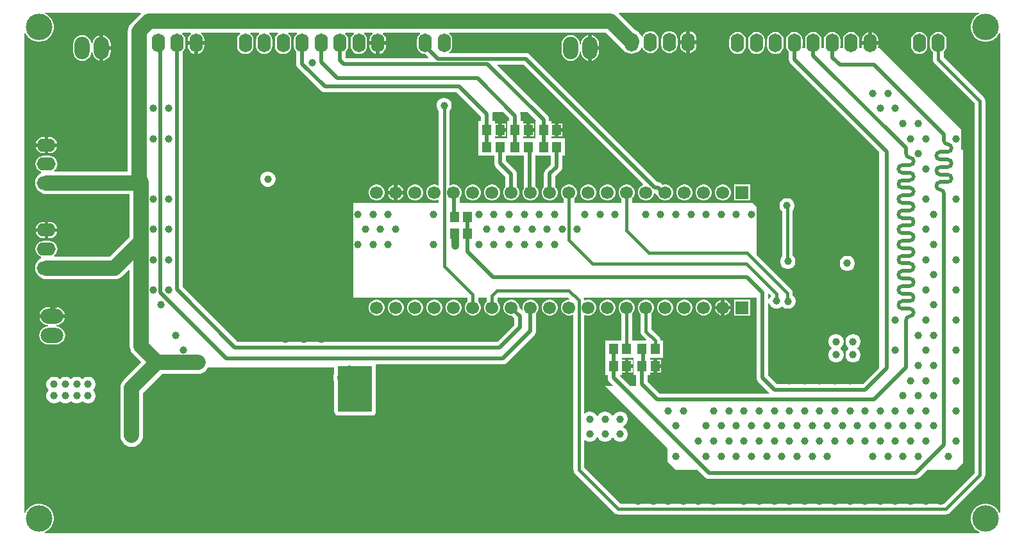
<source format=gbl>
G04*
G04 #@! TF.GenerationSoftware,Altium Limited,Altium Designer,22.9.1 (49)*
G04*
G04 Layer_Physical_Order=4*
G04 Layer_Color=16711680*
%FSLAX44Y44*%
%MOMM*%
G71*
G04*
G04 #@! TF.SameCoordinates,4021D898-2042-4C7D-8B7F-38EBD3721E5A*
G04*
G04*
G04 #@! TF.FilePolarity,Positive*
G04*
G01*
G75*
%ADD23R,1.1500X1.3500*%
%ADD69C,1.0000*%
%ADD70C,0.4000*%
%ADD71C,0.5000*%
%ADD75O,2.0000X3.0000*%
%ADD76O,3.0000X2.0000*%
%ADD77O,1.7500X2.5000*%
%ADD78O,2.5000X1.7500*%
%ADD79C,3.5000*%
%ADD80C,1.7000*%
%ADD81R,1.7000X1.7000*%
%ADD82C,1.0000*%
%ADD86C,2.0000*%
G36*
X528298Y666157D02*
X527333Y665417D01*
X525610Y663171D01*
X524527Y660556D01*
X524157Y657750D01*
Y650250D01*
X524527Y647444D01*
X525610Y644829D01*
X527333Y642583D01*
X529579Y640860D01*
X532194Y639777D01*
X535000Y639407D01*
X535128Y639424D01*
X539314Y635238D01*
X538828Y634065D01*
X430633D01*
X430065Y634633D01*
Y642505D01*
X430167Y642583D01*
X431890Y644829D01*
X432973Y647444D01*
X433343Y650250D01*
Y657750D01*
X432973Y660556D01*
X431890Y663171D01*
X430167Y665417D01*
X429202Y666157D01*
X429633Y667427D01*
X440367D01*
X440798Y666157D01*
X439833Y665417D01*
X438110Y663171D01*
X437027Y660556D01*
X436657Y657750D01*
Y650250D01*
X437027Y647444D01*
X438110Y644829D01*
X439833Y642583D01*
X442079Y640860D01*
X444694Y639777D01*
X447500Y639407D01*
X450306Y639777D01*
X452921Y640860D01*
X455167Y642583D01*
X456890Y644829D01*
X457973Y647444D01*
X458343Y650250D01*
Y657750D01*
X457973Y660556D01*
X456890Y663171D01*
X455167Y665417D01*
X454202Y666157D01*
X454633Y667427D01*
X465367D01*
X465798Y666157D01*
X464833Y665417D01*
X463110Y663171D01*
X462027Y660556D01*
X461657Y657750D01*
Y656500D01*
X483343D01*
Y657750D01*
X482973Y660556D01*
X481890Y663171D01*
X480167Y665417D01*
X479202Y666157D01*
X479633Y667427D01*
X527867D01*
X528298Y666157D01*
D02*
G37*
G36*
X1267179Y692867D02*
X1265763Y692281D01*
X1262570Y690147D01*
X1259853Y687430D01*
X1257719Y684237D01*
X1256249Y680688D01*
X1255500Y676921D01*
Y673079D01*
X1256249Y669312D01*
X1257719Y665763D01*
X1259853Y662570D01*
X1262570Y659853D01*
X1265763Y657719D01*
X1269312Y656249D01*
X1273079Y655500D01*
X1276921D01*
X1280688Y656249D01*
X1284237Y657719D01*
X1287431Y659853D01*
X1290147Y662570D01*
X1292281Y665763D01*
X1292867Y667180D01*
X1294137Y666927D01*
Y33073D01*
X1292867Y32820D01*
X1292281Y34237D01*
X1290147Y37431D01*
X1287431Y40147D01*
X1284237Y42281D01*
X1280688Y43751D01*
X1276921Y44500D01*
X1273079D01*
X1269312Y43751D01*
X1265763Y42281D01*
X1262570Y40147D01*
X1259853Y37431D01*
X1257719Y34237D01*
X1256249Y30688D01*
X1255500Y26921D01*
Y23079D01*
X1256249Y19312D01*
X1257719Y15763D01*
X1259853Y12570D01*
X1262570Y9853D01*
X1265763Y7719D01*
X1267180Y7132D01*
X1266927Y5863D01*
X33073D01*
X32820Y7132D01*
X34237Y7719D01*
X37431Y9853D01*
X40147Y12570D01*
X42281Y15763D01*
X43751Y19312D01*
X44500Y23079D01*
Y26921D01*
X43751Y30688D01*
X42281Y34237D01*
X40147Y37431D01*
X37431Y40147D01*
X34237Y42281D01*
X30688Y43751D01*
X26921Y44500D01*
X23079D01*
X19312Y43751D01*
X15763Y42281D01*
X12570Y40147D01*
X9853Y37431D01*
X7719Y34237D01*
X7133Y32820D01*
X5863Y33073D01*
X5863Y666927D01*
X7133Y667180D01*
X7719Y665763D01*
X9853Y662570D01*
X12570Y659853D01*
X15763Y657719D01*
X19312Y656249D01*
X23079Y655500D01*
X26921D01*
X30688Y656249D01*
X34237Y657719D01*
X37431Y659853D01*
X40147Y662570D01*
X42281Y665763D01*
X43751Y669312D01*
X44500Y673079D01*
Y676921D01*
X43751Y680688D01*
X42281Y684237D01*
X40147Y687430D01*
X37431Y690147D01*
X34237Y692281D01*
X32820Y692867D01*
X33073Y694137D01*
X159106D01*
X159517Y692867D01*
X146842Y680192D01*
X144968Y677908D01*
X143575Y675302D01*
X142717Y672475D01*
X142428Y669534D01*
Y654000D01*
Y484073D01*
X45557D01*
X45126Y485343D01*
X46417Y486333D01*
X48140Y488579D01*
X49223Y491194D01*
X49593Y494000D01*
X49223Y496806D01*
X48140Y499421D01*
X46417Y501667D01*
X44171Y503390D01*
X41556Y504473D01*
X38750Y504843D01*
X31250D01*
X28444Y504473D01*
X25829Y503390D01*
X23583Y501667D01*
X21860Y499421D01*
X20777Y496806D01*
X20407Y494000D01*
X20777Y491194D01*
X21860Y488579D01*
X23583Y486333D01*
X25829Y484610D01*
X28004Y483709D01*
X28157Y482393D01*
X28145Y482344D01*
X26626Y481532D01*
X24342Y479658D01*
X22468Y477374D01*
X21075Y474768D01*
X20217Y471940D01*
X19927Y469000D01*
X20217Y466059D01*
X21075Y463232D01*
X22468Y460626D01*
X24342Y458342D01*
X26626Y456468D01*
X29232Y455075D01*
X32060Y454217D01*
X35000Y453927D01*
X144927D01*
Y397743D01*
X118757Y371573D01*
X45557D01*
X45126Y372843D01*
X46417Y373833D01*
X48140Y376079D01*
X49223Y378694D01*
X49593Y381500D01*
X49223Y384306D01*
X48140Y386921D01*
X46417Y389167D01*
X44171Y390890D01*
X41556Y391973D01*
X38750Y392343D01*
X31250D01*
X28444Y391973D01*
X25829Y390890D01*
X23583Y389167D01*
X21860Y386921D01*
X20777Y384306D01*
X20407Y381500D01*
X20777Y378694D01*
X21860Y376079D01*
X23583Y373833D01*
X25829Y372110D01*
X28004Y371209D01*
X28157Y369893D01*
X28145Y369844D01*
X26626Y369032D01*
X24342Y367158D01*
X22468Y364874D01*
X21075Y362268D01*
X20217Y359440D01*
X19927Y356500D01*
X20217Y353559D01*
X21075Y350732D01*
X22468Y348126D01*
X24342Y345842D01*
X26626Y343968D01*
X29232Y342575D01*
X32060Y341717D01*
X35000Y341427D01*
X125000D01*
X127941Y341717D01*
X130768Y342575D01*
X133374Y343968D01*
X135658Y345842D01*
X143754Y353938D01*
X144927Y353452D01*
Y253000D01*
X145217Y250060D01*
X146075Y247232D01*
X147468Y244626D01*
X149342Y242342D01*
X160184Y231500D01*
X136842Y208158D01*
X134968Y205874D01*
X133575Y203268D01*
X132717Y200441D01*
X132427Y197500D01*
Y135000D01*
X132717Y132059D01*
X133575Y129232D01*
X134968Y126626D01*
X136842Y124342D01*
X139126Y122468D01*
X141732Y121075D01*
X144559Y120217D01*
X147500Y119927D01*
X150441Y120217D01*
X153268Y121075D01*
X155874Y122468D01*
X158158Y124342D01*
X160032Y126626D01*
X161425Y129232D01*
X162283Y132059D01*
X162573Y135000D01*
Y191257D01*
X187743Y216427D01*
X235000D01*
X237941Y216717D01*
X240768Y217575D01*
X243374Y218968D01*
X245658Y220842D01*
X247532Y223126D01*
X248327Y224612D01*
X414902D01*
Y216699D01*
X414217Y214440D01*
X413927Y211500D01*
X414217Y208559D01*
X414902Y206301D01*
Y166500D01*
X415290Y164549D01*
X416395Y162895D01*
X418049Y161790D01*
X420000Y161402D01*
X465000D01*
X466951Y161790D01*
X468605Y162895D01*
X469710Y164549D01*
X470098Y166500D01*
Y226500D01*
X469866Y227665D01*
X470797Y228935D01*
X637500D01*
X639458Y229193D01*
X641282Y229949D01*
X642849Y231151D01*
X679549Y267851D01*
X679549Y267851D01*
X680751Y269418D01*
X681507Y271242D01*
X681765Y273200D01*
X681765Y273200D01*
Y296716D01*
X682602Y297553D01*
X683984Y299947D01*
X684700Y302618D01*
Y305382D01*
X683984Y308053D01*
X682602Y310447D01*
X680647Y312402D01*
X678253Y313784D01*
X675582Y314500D01*
X672818D01*
X670147Y313784D01*
X667753Y312402D01*
X665798Y310447D01*
X664416Y308053D01*
X663700Y305382D01*
Y302618D01*
X664075Y301220D01*
X662936Y300562D01*
X659300Y304198D01*
Y305382D01*
X658584Y308053D01*
X657202Y310447D01*
X655247Y312402D01*
X652853Y313784D01*
X650182Y314500D01*
X647418D01*
X644747Y313784D01*
X642353Y312402D01*
X640398Y310447D01*
X639016Y308053D01*
X638300Y305382D01*
Y302618D01*
X639016Y299947D01*
X640398Y297553D01*
X642353Y295598D01*
X644747Y294216D01*
X647418Y293500D01*
X648602D01*
X652435Y289667D01*
Y281026D01*
X630474Y259065D01*
X286926D01*
X214746Y331245D01*
Y639132D01*
X214915Y639540D01*
X215173Y641498D01*
Y642591D01*
X216890Y644829D01*
X217973Y647444D01*
X218343Y650250D01*
Y657750D01*
X217973Y660556D01*
X216890Y663171D01*
X215167Y665417D01*
X214202Y666157D01*
X214633Y667427D01*
X225367D01*
X225798Y666157D01*
X224833Y665417D01*
X223110Y663171D01*
X222027Y660556D01*
X221657Y657750D01*
Y656500D01*
X243343D01*
Y657750D01*
X242973Y660556D01*
X241890Y663171D01*
X240167Y665417D01*
X239202Y666157D01*
X239633Y667427D01*
X290367D01*
X290798Y666157D01*
X289833Y665417D01*
X288110Y663171D01*
X287027Y660556D01*
X286657Y657750D01*
Y650250D01*
X287027Y647444D01*
X288110Y644829D01*
X289833Y642583D01*
X292079Y640860D01*
X294694Y639777D01*
X297500Y639407D01*
X300306Y639777D01*
X302921Y640860D01*
X305167Y642583D01*
X306890Y644829D01*
X307973Y647444D01*
X308343Y650250D01*
Y657750D01*
X307973Y660556D01*
X306890Y663171D01*
X305167Y665417D01*
X304202Y666157D01*
X304633Y667427D01*
X315367D01*
X315798Y666157D01*
X314833Y665417D01*
X313110Y663171D01*
X312027Y660556D01*
X311657Y657750D01*
Y650250D01*
X312027Y647444D01*
X313110Y644829D01*
X314833Y642583D01*
X317079Y640860D01*
X319694Y639777D01*
X322500Y639407D01*
X325306Y639777D01*
X327921Y640860D01*
X330167Y642583D01*
X331890Y644829D01*
X332973Y647444D01*
X333343Y650250D01*
Y657750D01*
X332973Y660556D01*
X331890Y663171D01*
X330167Y665417D01*
X329202Y666157D01*
X329633Y667427D01*
X340367D01*
X340798Y666157D01*
X339833Y665417D01*
X338110Y663171D01*
X337027Y660556D01*
X336657Y657750D01*
Y650250D01*
X337027Y647444D01*
X338110Y644829D01*
X339833Y642583D01*
X342079Y640860D01*
X344694Y639777D01*
X347500Y639407D01*
X350306Y639777D01*
X352921Y640860D01*
X355167Y642583D01*
X356890Y644829D01*
X357973Y647444D01*
X358343Y650250D01*
Y657750D01*
X357973Y660556D01*
X356890Y663171D01*
X355167Y665417D01*
X354202Y666157D01*
X354633Y667427D01*
X365367D01*
X365798Y666157D01*
X364833Y665417D01*
X363110Y663171D01*
X362027Y660556D01*
X361657Y657750D01*
Y650250D01*
X362027Y647444D01*
X363110Y644829D01*
X364833Y642583D01*
X364935Y642505D01*
Y626500D01*
X365193Y624542D01*
X365949Y622718D01*
X367151Y621151D01*
X397151Y591151D01*
X398718Y589949D01*
X400542Y589193D01*
X402500Y588935D01*
X576867D01*
X608685Y557117D01*
Y550750D01*
X605500D01*
Y527250D01*
Y504750D01*
X626185D01*
Y495250D01*
X626443Y493292D01*
X627199Y491468D01*
X628401Y489901D01*
X641235Y477067D01*
Y463430D01*
X640398Y462593D01*
X639016Y460199D01*
X638300Y457528D01*
Y454764D01*
X639016Y452093D01*
X640398Y449699D01*
X642353Y447744D01*
X644747Y446362D01*
X647418Y445646D01*
X650182D01*
X652853Y446362D01*
X655247Y447744D01*
X657202Y449699D01*
X658584Y452093D01*
X659300Y454764D01*
Y457528D01*
X658584Y460199D01*
X657202Y462593D01*
X656365Y463430D01*
Y480200D01*
X656365Y480200D01*
X656107Y482158D01*
X655351Y483982D01*
X654149Y485549D01*
X641315Y498383D01*
Y504750D01*
X665160D01*
Y461489D01*
X664416Y460199D01*
X663700Y457528D01*
Y454764D01*
X664416Y452093D01*
X665798Y449699D01*
X667753Y447744D01*
X670147Y446362D01*
X672818Y445646D01*
X675582D01*
X678253Y446362D01*
X680647Y447744D01*
X682602Y449699D01*
X683984Y452093D01*
X684700Y454764D01*
Y457528D01*
X683984Y460199D01*
X682602Y462593D01*
X680647Y464548D01*
X680290Y464754D01*
Y504750D01*
X701185D01*
Y493383D01*
X694251Y486449D01*
X693049Y484882D01*
X692293Y483058D01*
X692035Y481100D01*
Y463430D01*
X691198Y462593D01*
X689816Y460199D01*
X689100Y457528D01*
Y454764D01*
X689816Y452093D01*
X691198Y449699D01*
X693153Y447744D01*
X695547Y446362D01*
X698218Y445646D01*
X700982D01*
X703653Y446362D01*
X706047Y447744D01*
X708002Y449699D01*
X709384Y452093D01*
X710100Y454764D01*
Y457528D01*
X709384Y460199D01*
X708002Y462593D01*
X707165Y463430D01*
Y477967D01*
X714099Y484901D01*
X714099Y484901D01*
X715301Y486468D01*
X716057Y488292D01*
X716315Y490250D01*
X716315Y490250D01*
Y504750D01*
X719500D01*
Y528250D01*
X702000D01*
Y530250D01*
X706250D01*
Y539000D01*
X708750D01*
D01*
X706250D01*
Y547750D01*
X702000D01*
Y550750D01*
X698815D01*
Y552750D01*
X698815Y552750D01*
X698557Y554708D01*
X697801Y556532D01*
X696599Y558099D01*
X630436Y624262D01*
X630922Y625435D01*
X664997D01*
X823191Y467242D01*
X822862Y466015D01*
X822547Y465930D01*
X820153Y464548D01*
X818198Y462593D01*
X816816Y460199D01*
X816100Y457528D01*
Y454764D01*
X816816Y452093D01*
X818198Y449699D01*
X820153Y447744D01*
X822547Y446362D01*
X825218Y445646D01*
X827982D01*
X830653Y446362D01*
X833047Y447744D01*
X835002Y449699D01*
X836384Y452093D01*
X837100Y454764D01*
X837596Y455198D01*
X838485Y455081D01*
X838485Y455081D01*
X839119D01*
X842363Y451838D01*
X843598Y449699D01*
X845553Y447744D01*
X847947Y446362D01*
X850618Y445646D01*
X853382D01*
X856053Y446362D01*
X858447Y447744D01*
X860402Y449699D01*
X861784Y452093D01*
X862500Y454764D01*
Y457528D01*
X861784Y460199D01*
X860402Y462593D01*
X858447Y464548D01*
X856053Y465930D01*
X853382Y466646D01*
X850618D01*
X849303Y466294D01*
X847602Y467995D01*
X846035Y469197D01*
X844211Y469953D01*
X842253Y470211D01*
X841618D01*
X673480Y638349D01*
X671913Y639551D01*
X670089Y640307D01*
X668131Y640565D01*
X567123D01*
X566692Y641835D01*
X567667Y642583D01*
X569390Y644829D01*
X570473Y647444D01*
X570843Y650250D01*
Y657750D01*
X570473Y660556D01*
X569390Y663171D01*
X567667Y665417D01*
X566702Y666157D01*
X567133Y667427D01*
X773757D01*
X794342Y646842D01*
X794342Y646842D01*
X795715Y645715D01*
X796842Y644342D01*
X799126Y642468D01*
X801732Y641075D01*
X804559Y640217D01*
X807500Y639927D01*
X810441Y640217D01*
X813268Y641075D01*
X815874Y642468D01*
X818158Y644342D01*
X820032Y646626D01*
X820844Y648145D01*
X820893Y648158D01*
X822209Y648004D01*
X823110Y645829D01*
X824833Y643583D01*
X827079Y641860D01*
X829694Y640777D01*
X832500Y640407D01*
X835306Y640777D01*
X837921Y641860D01*
X840167Y643583D01*
X841890Y645829D01*
X842973Y648444D01*
X843343Y651250D01*
Y658750D01*
X842973Y661556D01*
X841890Y664171D01*
X840167Y666417D01*
X837921Y668140D01*
X835306Y669223D01*
X832500Y669593D01*
X829694Y669223D01*
X827079Y668140D01*
X824833Y666417D01*
X823110Y664171D01*
X822501Y662700D01*
X821097Y662631D01*
X820032Y664624D01*
X818158Y666908D01*
X816908Y668158D01*
X814624Y670032D01*
X812818Y670997D01*
X790949Y692867D01*
X791360Y694137D01*
X1266927D01*
X1267179Y692867D01*
D02*
G37*
G36*
X681379Y551923D02*
X680892Y550750D01*
X680500D01*
Y528250D01*
X664500D01*
Y530250D01*
X668750D01*
Y539000D01*
Y547750D01*
X664500D01*
Y550750D01*
X661315D01*
Y557750D01*
X661057Y559708D01*
X660379Y561344D01*
X661535Y562500D01*
X670802D01*
X681379Y551923D01*
D02*
G37*
G36*
X646185Y554617D02*
Y550750D01*
X643000D01*
Y528250D01*
X627000D01*
Y530250D01*
X631250D01*
Y539000D01*
Y547750D01*
X627000D01*
Y550750D01*
X623815D01*
Y560250D01*
X623699Y561126D01*
X624803Y562396D01*
X638406D01*
X646185Y554617D01*
D02*
G37*
G36*
X465000Y166500D02*
X420000D01*
Y226500D01*
X465000D01*
Y166500D01*
D02*
G37*
%LPC*%
G36*
X483343Y651500D02*
X475000D01*
Y639736D01*
X475306Y639777D01*
X477921Y640860D01*
X480167Y642583D01*
X481890Y644829D01*
X482973Y647444D01*
X483343Y650250D01*
Y651500D01*
D02*
G37*
G36*
X470000D02*
X461657D01*
Y650250D01*
X462027Y647444D01*
X463110Y644829D01*
X464833Y642583D01*
X467079Y640860D01*
X469694Y639777D01*
X470000Y639736D01*
Y651500D01*
D02*
G37*
G36*
X885000Y669264D02*
Y657500D01*
X893343D01*
Y658750D01*
X892973Y661556D01*
X891890Y664171D01*
X890167Y666417D01*
X887921Y668140D01*
X885306Y669223D01*
X885000Y669264D01*
D02*
G37*
G36*
X880000D02*
X879694Y669223D01*
X877079Y668140D01*
X874833Y666417D01*
X873110Y664171D01*
X872027Y661556D01*
X871657Y658750D01*
Y657500D01*
X880000D01*
Y669264D01*
D02*
G37*
G36*
X1125000Y668264D02*
Y656500D01*
X1133343D01*
Y657750D01*
X1132973Y660556D01*
X1131890Y663171D01*
X1130167Y665417D01*
X1127921Y667140D01*
X1125306Y668223D01*
X1125000Y668264D01*
D02*
G37*
G36*
X1120000D02*
X1119694Y668223D01*
X1117079Y667140D01*
X1114833Y665417D01*
X1113110Y663171D01*
X1112027Y660556D01*
X1111657Y657750D01*
Y656500D01*
X1120000D01*
Y668264D01*
D02*
G37*
G36*
X755000Y664274D02*
Y650000D01*
X764604D01*
Y652500D01*
X764191Y655633D01*
X762982Y658552D01*
X761059Y661059D01*
X758552Y662982D01*
X755633Y664191D01*
X755000Y664274D01*
D02*
G37*
G36*
X110200D02*
Y650000D01*
X119804D01*
Y652500D01*
X119391Y655633D01*
X118182Y658552D01*
X116258Y661059D01*
X113752Y662982D01*
X110833Y664191D01*
X110200Y664274D01*
D02*
G37*
G36*
X893343Y652500D02*
X885000D01*
Y640736D01*
X885306Y640777D01*
X887921Y641860D01*
X890167Y643583D01*
X891890Y645829D01*
X892973Y648444D01*
X893343Y651250D01*
Y652500D01*
D02*
G37*
G36*
X880000D02*
X871657D01*
Y651250D01*
X872027Y648444D01*
X873110Y645829D01*
X874833Y643583D01*
X877079Y641860D01*
X879694Y640777D01*
X880000Y640736D01*
Y652500D01*
D02*
G37*
G36*
X857500Y669593D02*
X854694Y669223D01*
X852079Y668140D01*
X849833Y666417D01*
X848110Y664171D01*
X847027Y661556D01*
X846657Y658750D01*
Y651250D01*
X847027Y648444D01*
X848110Y645829D01*
X849833Y643583D01*
X852079Y641860D01*
X854694Y640777D01*
X857500Y640407D01*
X860306Y640777D01*
X862921Y641860D01*
X865167Y643583D01*
X866890Y645829D01*
X867973Y648444D01*
X868343Y651250D01*
Y658750D01*
X867973Y661556D01*
X866890Y664171D01*
X865167Y666417D01*
X862921Y668140D01*
X860306Y669223D01*
X857500Y669593D01*
D02*
G37*
G36*
X243343Y651500D02*
X235000D01*
Y639736D01*
X235306Y639777D01*
X237921Y640860D01*
X240167Y642583D01*
X241890Y644829D01*
X242973Y647444D01*
X243343Y650250D01*
Y651500D01*
D02*
G37*
G36*
X230000D02*
X221657D01*
Y650250D01*
X222027Y647444D01*
X223110Y644829D01*
X224833Y642583D01*
X227079Y640860D01*
X229694Y639777D01*
X230000Y639736D01*
Y651500D01*
D02*
G37*
G36*
X1187500Y668593D02*
X1184694Y668223D01*
X1182079Y667140D01*
X1179833Y665417D01*
X1178110Y663171D01*
X1177027Y660556D01*
X1176657Y657750D01*
Y650250D01*
X1177027Y647444D01*
X1178110Y644829D01*
X1179833Y642583D01*
X1182079Y640860D01*
X1184694Y639777D01*
X1187500Y639407D01*
X1190306Y639777D01*
X1192921Y640860D01*
X1195167Y642583D01*
X1196890Y644829D01*
X1197973Y647444D01*
X1198343Y650250D01*
Y657750D01*
X1197973Y660556D01*
X1196890Y663171D01*
X1195167Y665417D01*
X1192921Y667140D01*
X1190306Y668223D01*
X1187500Y668593D01*
D02*
G37*
G36*
X997500D02*
X994694Y668223D01*
X992079Y667140D01*
X989833Y665417D01*
X988110Y663171D01*
X987027Y660556D01*
X986657Y657750D01*
Y650250D01*
X987027Y647444D01*
X988110Y644829D01*
X989833Y642583D01*
X992079Y640860D01*
X994694Y639777D01*
X997500Y639407D01*
X1000306Y639777D01*
X1002921Y640860D01*
X1005167Y642583D01*
X1006890Y644829D01*
X1007973Y647444D01*
X1008343Y650250D01*
Y657750D01*
X1007973Y660556D01*
X1006890Y663171D01*
X1005167Y665417D01*
X1002921Y667140D01*
X1000306Y668223D01*
X997500Y668593D01*
D02*
G37*
G36*
X972500D02*
X969694Y668223D01*
X967079Y667140D01*
X964833Y665417D01*
X963110Y663171D01*
X962027Y660556D01*
X961657Y657750D01*
Y650250D01*
X962027Y647444D01*
X963110Y644829D01*
X964833Y642583D01*
X967079Y640860D01*
X969694Y639777D01*
X972500Y639407D01*
X975306Y639777D01*
X977921Y640860D01*
X980167Y642583D01*
X981890Y644829D01*
X982973Y647444D01*
X983343Y650250D01*
Y657750D01*
X982973Y660556D01*
X981890Y663171D01*
X980167Y665417D01*
X977921Y667140D01*
X975306Y668223D01*
X972500Y668593D01*
D02*
G37*
G36*
X947500D02*
X944694Y668223D01*
X942079Y667140D01*
X939833Y665417D01*
X938110Y663171D01*
X937027Y660556D01*
X936657Y657750D01*
Y650250D01*
X937027Y647444D01*
X938110Y644829D01*
X939833Y642583D01*
X942079Y640860D01*
X944694Y639777D01*
X947500Y639407D01*
X950306Y639777D01*
X952921Y640860D01*
X955167Y642583D01*
X956890Y644829D01*
X957973Y647444D01*
X958343Y650250D01*
Y657750D01*
X957973Y660556D01*
X956890Y663171D01*
X955167Y665417D01*
X952921Y667140D01*
X950306Y668223D01*
X947500Y668593D01*
D02*
G37*
G36*
X764604Y645000D02*
X755000D01*
Y630726D01*
X755633Y630809D01*
X758552Y632018D01*
X761059Y633941D01*
X762982Y636448D01*
X764191Y639367D01*
X764604Y642500D01*
Y645000D01*
D02*
G37*
G36*
X727100Y664604D02*
X723967Y664191D01*
X721048Y662982D01*
X718541Y661059D01*
X716618Y658552D01*
X715409Y655633D01*
X714996Y652500D01*
Y642500D01*
X715409Y639367D01*
X716618Y636448D01*
X718541Y633941D01*
X721048Y632018D01*
X723967Y630809D01*
X727100Y630396D01*
X730233Y630809D01*
X733152Y632018D01*
X735658Y633941D01*
X737582Y636448D01*
X738791Y639367D01*
X739159Y642166D01*
X740441D01*
X740809Y639367D01*
X742018Y636448D01*
X743941Y633941D01*
X746448Y632018D01*
X749367Y630809D01*
X750000Y630726D01*
Y647500D01*
Y664274D01*
X749367Y664191D01*
X746448Y662982D01*
X743941Y661059D01*
X742018Y658552D01*
X740809Y655633D01*
X740441Y652834D01*
X739159D01*
X738791Y655633D01*
X737582Y658552D01*
X735658Y661059D01*
X733152Y662982D01*
X730233Y664191D01*
X727100Y664604D01*
D02*
G37*
G36*
X119804Y645000D02*
X110200D01*
Y630726D01*
X110833Y630809D01*
X113752Y632018D01*
X116258Y633941D01*
X118182Y636448D01*
X119391Y639367D01*
X119804Y642500D01*
Y645000D01*
D02*
G37*
G36*
X82300Y664604D02*
X79167Y664191D01*
X76248Y662982D01*
X73741Y661059D01*
X71818Y658552D01*
X70609Y655633D01*
X70196Y652500D01*
Y642500D01*
X70609Y639367D01*
X71818Y636448D01*
X73741Y633941D01*
X76248Y632018D01*
X79167Y630809D01*
X82300Y630396D01*
X85433Y630809D01*
X88352Y632018D01*
X90858Y633941D01*
X92782Y636448D01*
X93991Y639367D01*
X94360Y642166D01*
X95640D01*
X96009Y639367D01*
X97218Y636448D01*
X99142Y633941D01*
X101648Y632018D01*
X104567Y630809D01*
X105200Y630726D01*
Y647500D01*
Y664274D01*
X104567Y664191D01*
X101648Y662982D01*
X99142Y661059D01*
X97218Y658552D01*
X96009Y655633D01*
X95640Y652834D01*
X94360D01*
X93991Y655633D01*
X92782Y658552D01*
X90858Y661059D01*
X88352Y662982D01*
X85433Y664191D01*
X82300Y664604D01*
D02*
G37*
G36*
X716500Y547750D02*
X711250D01*
Y541500D01*
X716500D01*
Y547750D01*
D02*
G37*
G36*
Y536500D02*
X711250D01*
Y530250D01*
X716500D01*
Y536500D01*
D02*
G37*
G36*
X38750Y529843D02*
X37500D01*
Y521500D01*
X49264D01*
X49223Y521806D01*
X48140Y524421D01*
X46417Y526667D01*
X44171Y528390D01*
X41556Y529473D01*
X38750Y529843D01*
D02*
G37*
G36*
X32500D02*
X31250D01*
X28444Y529473D01*
X25829Y528390D01*
X23583Y526667D01*
X21860Y524421D01*
X20777Y521806D01*
X20736Y521500D01*
X32500D01*
Y529843D01*
D02*
G37*
G36*
X49264Y516500D02*
X37500D01*
Y508157D01*
X38750D01*
X41556Y508527D01*
X44171Y509610D01*
X46417Y511333D01*
X48140Y513579D01*
X49223Y516194D01*
X49264Y516500D01*
D02*
G37*
G36*
X32500D02*
X20736D01*
X20777Y516194D01*
X21860Y513579D01*
X23583Y511333D01*
X25829Y509610D01*
X28444Y508527D01*
X31250Y508157D01*
X32500D01*
Y516500D01*
D02*
G37*
G36*
X328817Y484000D02*
X326184D01*
X323640Y483318D01*
X321360Y482002D01*
X319498Y480140D01*
X318181Y477860D01*
X317500Y475317D01*
Y472683D01*
X318181Y470140D01*
X319498Y467860D01*
X321360Y465998D01*
X323640Y464682D01*
X326184Y464000D01*
X328817D01*
X331360Y464682D01*
X333640Y465998D01*
X335502Y467860D01*
X336819Y470140D01*
X337500Y472683D01*
Y475317D01*
X336819Y477860D01*
X335502Y480140D01*
X333640Y482002D01*
X331360Y483318D01*
X328817Y484000D01*
D02*
G37*
G36*
X498900Y466347D02*
Y458646D01*
X506600D01*
X506184Y460199D01*
X504802Y462593D01*
X502847Y464548D01*
X500453Y465930D01*
X498900Y466347D01*
D02*
G37*
G36*
X493900Y466347D02*
X492347Y465930D01*
X489953Y464548D01*
X487998Y462593D01*
X486616Y460199D01*
X486199Y458646D01*
X493900D01*
Y466347D01*
D02*
G37*
G36*
X506600Y453646D02*
X498900D01*
Y445946D01*
X500453Y446362D01*
X502847Y447744D01*
X504802Y449699D01*
X506184Y452093D01*
X506600Y453646D01*
D02*
G37*
G36*
X493900D02*
X486199D01*
X486616Y452093D01*
X487998Y449699D01*
X489953Y447744D01*
X492347Y446362D01*
X493900Y445946D01*
Y453646D01*
D02*
G37*
G36*
X964100Y466646D02*
X943100D01*
Y445646D01*
X964100D01*
Y466646D01*
D02*
G37*
G36*
X929582D02*
X926818D01*
X924147Y465930D01*
X921753Y464548D01*
X919798Y462593D01*
X918416Y460199D01*
X917700Y457528D01*
Y454764D01*
X918416Y452093D01*
X919798Y449699D01*
X921753Y447744D01*
X924147Y446362D01*
X926818Y445646D01*
X929582D01*
X932253Y446362D01*
X934647Y447744D01*
X936602Y449699D01*
X937984Y452093D01*
X938700Y454764D01*
Y457528D01*
X937984Y460199D01*
X936602Y462593D01*
X934647Y464548D01*
X932253Y465930D01*
X929582Y466646D01*
D02*
G37*
G36*
X904182D02*
X901418D01*
X898747Y465930D01*
X896353Y464548D01*
X894398Y462593D01*
X893016Y460199D01*
X892300Y457528D01*
Y454764D01*
X893016Y452093D01*
X894398Y449699D01*
X896353Y447744D01*
X898747Y446362D01*
X901418Y445646D01*
X904182D01*
X906853Y446362D01*
X909247Y447744D01*
X911202Y449699D01*
X912584Y452093D01*
X913300Y454764D01*
Y457528D01*
X912584Y460199D01*
X911202Y462593D01*
X909247Y464548D01*
X906853Y465930D01*
X904182Y466646D01*
D02*
G37*
G36*
X878782D02*
X876018D01*
X873347Y465930D01*
X870953Y464548D01*
X868998Y462593D01*
X867616Y460199D01*
X866900Y457528D01*
Y454764D01*
X867616Y452093D01*
X868998Y449699D01*
X870953Y447744D01*
X873347Y446362D01*
X876018Y445646D01*
X878782D01*
X881453Y446362D01*
X883847Y447744D01*
X885802Y449699D01*
X887184Y452093D01*
X887900Y454764D01*
Y457528D01*
X887184Y460199D01*
X885802Y462593D01*
X883847Y464548D01*
X881453Y465930D01*
X878782Y466646D01*
D02*
G37*
G36*
X777182D02*
X774418D01*
X771747Y465930D01*
X769353Y464548D01*
X767398Y462593D01*
X766016Y460199D01*
X765300Y457528D01*
Y454764D01*
X766016Y452093D01*
X767398Y449699D01*
X769353Y447744D01*
X771747Y446362D01*
X774418Y445646D01*
X777182D01*
X779853Y446362D01*
X782247Y447744D01*
X784202Y449699D01*
X785584Y452093D01*
X786300Y454764D01*
Y457528D01*
X785584Y460199D01*
X784202Y462593D01*
X782247Y464548D01*
X779853Y465930D01*
X777182Y466646D01*
D02*
G37*
G36*
X751782D02*
X749018D01*
X746347Y465930D01*
X743953Y464548D01*
X741998Y462593D01*
X740616Y460199D01*
X739900Y457528D01*
Y454764D01*
X740616Y452093D01*
X741998Y449699D01*
X743953Y447744D01*
X746347Y446362D01*
X749018Y445646D01*
X751782D01*
X754453Y446362D01*
X756847Y447744D01*
X758802Y449699D01*
X760184Y452093D01*
X760900Y454764D01*
Y457528D01*
X760184Y460199D01*
X758802Y462593D01*
X756847Y464548D01*
X754453Y465930D01*
X751782Y466646D01*
D02*
G37*
G36*
X624782D02*
X622018D01*
X619347Y465930D01*
X616953Y464548D01*
X614998Y462593D01*
X613616Y460199D01*
X612900Y457528D01*
Y454764D01*
X613616Y452093D01*
X614998Y449699D01*
X616953Y447744D01*
X619347Y446362D01*
X622018Y445646D01*
X624782D01*
X627453Y446362D01*
X629847Y447744D01*
X631802Y449699D01*
X633184Y452093D01*
X633900Y454764D01*
Y457528D01*
X633184Y460199D01*
X631802Y462593D01*
X629847Y464548D01*
X627453Y465930D01*
X624782Y466646D01*
D02*
G37*
G36*
X599382D02*
X596618D01*
X593947Y465930D01*
X591553Y464548D01*
X589598Y462593D01*
X588216Y460199D01*
X587500Y457528D01*
Y454764D01*
X588216Y452093D01*
X589598Y449699D01*
X591553Y447744D01*
X593947Y446362D01*
X596618Y445646D01*
X599382D01*
X602053Y446362D01*
X604447Y447744D01*
X606402Y449699D01*
X607784Y452093D01*
X608500Y454764D01*
Y457528D01*
X607784Y460199D01*
X606402Y462593D01*
X604447Y464548D01*
X602053Y465930D01*
X599382Y466646D01*
D02*
G37*
G36*
X523182D02*
X520418D01*
X517747Y465930D01*
X515353Y464548D01*
X513398Y462593D01*
X512016Y460199D01*
X511300Y457528D01*
Y454764D01*
X512016Y452093D01*
X513398Y449699D01*
X515353Y447744D01*
X517747Y446362D01*
X520418Y445646D01*
X523182D01*
X525853Y446362D01*
X528247Y447744D01*
X530202Y449699D01*
X531584Y452093D01*
X532300Y454764D01*
Y457528D01*
X531584Y460199D01*
X530202Y462593D01*
X528247Y464548D01*
X525853Y465930D01*
X523182Y466646D01*
D02*
G37*
G36*
X472382D02*
X469618D01*
X466947Y465930D01*
X464553Y464548D01*
X462598Y462593D01*
X461216Y460199D01*
X460500Y457528D01*
Y454764D01*
X461216Y452093D01*
X462598Y449699D01*
X464553Y447744D01*
X466947Y446362D01*
X469618Y445646D01*
X472382D01*
X475053Y446362D01*
X477447Y447744D01*
X479402Y449699D01*
X480784Y452093D01*
X481500Y454764D01*
Y457528D01*
X480784Y460199D01*
X479402Y462593D01*
X477447Y464548D01*
X475053Y465930D01*
X472382Y466646D01*
D02*
G37*
G36*
X38750Y417343D02*
X37500D01*
Y409000D01*
X49264D01*
X49223Y409306D01*
X48140Y411921D01*
X46417Y414167D01*
X44171Y415890D01*
X41556Y416973D01*
X38750Y417343D01*
D02*
G37*
G36*
X32500D02*
X31250D01*
X28444Y416973D01*
X25829Y415890D01*
X23583Y414167D01*
X21860Y411921D01*
X20777Y409306D01*
X20736Y409000D01*
X32500D01*
Y417343D01*
D02*
G37*
G36*
X49264Y404000D02*
X37500D01*
Y395657D01*
X38750D01*
X41556Y396027D01*
X44171Y397110D01*
X46417Y398833D01*
X48140Y401079D01*
X49223Y403694D01*
X49264Y404000D01*
D02*
G37*
G36*
X32500D02*
X20736D01*
X20777Y403694D01*
X21860Y401079D01*
X23583Y398833D01*
X25829Y397110D01*
X28444Y396027D01*
X31250Y395657D01*
X32500D01*
Y404000D01*
D02*
G37*
G36*
X1014103Y448713D02*
X1011470D01*
X1008927Y448032D01*
X1006647Y446715D01*
X1004785Y444853D01*
X1003468Y442573D01*
X1002787Y440029D01*
Y437397D01*
X1003468Y434853D01*
X1004785Y432573D01*
X1006262Y431096D01*
Y371617D01*
X1005855Y371210D01*
X1004538Y368929D01*
X1003857Y366386D01*
Y363753D01*
X1004538Y361210D01*
X1005855Y358930D01*
X1007717Y357068D01*
X1009997Y355751D01*
X1012540Y355070D01*
X1015173D01*
X1017717Y355751D01*
X1019997Y357068D01*
X1021859Y358930D01*
X1023175Y361210D01*
X1023857Y363753D01*
Y366386D01*
X1023175Y368929D01*
X1021859Y371210D01*
X1020382Y372686D01*
Y432166D01*
X1020789Y432573D01*
X1022105Y434853D01*
X1022787Y437397D01*
Y440029D01*
X1022105Y442573D01*
X1020789Y444853D01*
X1018927Y446715D01*
X1016647Y448032D01*
X1014103Y448713D01*
D02*
G37*
G36*
X1093817Y372500D02*
X1091183D01*
X1088640Y371819D01*
X1086360Y370502D01*
X1084498Y368640D01*
X1083182Y366360D01*
X1082500Y363816D01*
Y361184D01*
X1083182Y358640D01*
X1084498Y356360D01*
X1086360Y354498D01*
X1088640Y353181D01*
X1091183Y352500D01*
X1093817D01*
X1096360Y353181D01*
X1098640Y354498D01*
X1100502Y356360D01*
X1101818Y358640D01*
X1102500Y361184D01*
Y363816D01*
X1101818Y366360D01*
X1100502Y368640D01*
X1098640Y370502D01*
X1096360Y371819D01*
X1093817Y372500D01*
D02*
G37*
G36*
X930700Y314200D02*
Y306500D01*
X938400D01*
X937984Y308053D01*
X936602Y310447D01*
X934647Y312402D01*
X932253Y313784D01*
X930700Y314200D01*
D02*
G37*
G36*
X925700Y314200D02*
X924147Y313784D01*
X921753Y312402D01*
X919798Y310447D01*
X918416Y308053D01*
X917999Y306500D01*
X925700D01*
Y314200D01*
D02*
G37*
G36*
X47500Y304804D02*
X45000D01*
Y295200D01*
X59275D01*
X59191Y295833D01*
X57982Y298752D01*
X56059Y301259D01*
X53552Y303182D01*
X50633Y304391D01*
X47500Y304804D01*
D02*
G37*
G36*
X40000D02*
X37500D01*
X34367Y304391D01*
X31448Y303182D01*
X28942Y301259D01*
X27018Y298752D01*
X25809Y295833D01*
X25726Y295200D01*
X40000D01*
Y304804D01*
D02*
G37*
G36*
X938400Y301500D02*
X930700D01*
Y293799D01*
X932253Y294216D01*
X934647Y295598D01*
X936602Y297553D01*
X937984Y299947D01*
X938400Y301500D01*
D02*
G37*
G36*
X925700D02*
X917999D01*
X918416Y299947D01*
X919798Y297553D01*
X921753Y295598D01*
X924147Y294216D01*
X925700Y293799D01*
Y301500D01*
D02*
G37*
G36*
X964100Y314500D02*
X943100D01*
Y293500D01*
X964100D01*
Y314500D01*
D02*
G37*
G36*
X904182D02*
X901418D01*
X898747Y313784D01*
X896353Y312402D01*
X894398Y310447D01*
X893016Y308053D01*
X892300Y305382D01*
Y302618D01*
X893016Y299947D01*
X894398Y297553D01*
X896353Y295598D01*
X898747Y294216D01*
X901418Y293500D01*
X904182D01*
X906853Y294216D01*
X909247Y295598D01*
X911202Y297553D01*
X912584Y299947D01*
X913300Y302618D01*
Y305382D01*
X912584Y308053D01*
X911202Y310447D01*
X909247Y312402D01*
X906853Y313784D01*
X904182Y314500D01*
D02*
G37*
G36*
X878782D02*
X876018D01*
X873347Y313784D01*
X870953Y312402D01*
X868998Y310447D01*
X867616Y308053D01*
X866900Y305382D01*
Y302618D01*
X867616Y299947D01*
X868998Y297553D01*
X870953Y295598D01*
X873347Y294216D01*
X876018Y293500D01*
X878782D01*
X881453Y294216D01*
X883847Y295598D01*
X885802Y297553D01*
X887184Y299947D01*
X887900Y302618D01*
Y305382D01*
X887184Y308053D01*
X885802Y310447D01*
X883847Y312402D01*
X881453Y313784D01*
X878782Y314500D01*
D02*
G37*
G36*
X853382D02*
X850618D01*
X847947Y313784D01*
X845553Y312402D01*
X843598Y310447D01*
X842216Y308053D01*
X841500Y305382D01*
Y302618D01*
X842216Y299947D01*
X843598Y297553D01*
X845553Y295598D01*
X847947Y294216D01*
X850618Y293500D01*
X853382D01*
X856053Y294216D01*
X858447Y295598D01*
X860402Y297553D01*
X861784Y299947D01*
X862500Y302618D01*
Y305382D01*
X861784Y308053D01*
X860402Y310447D01*
X858447Y312402D01*
X856053Y313784D01*
X853382Y314500D01*
D02*
G37*
G36*
X777182D02*
X774418D01*
X771747Y313784D01*
X769353Y312402D01*
X767398Y310447D01*
X766016Y308053D01*
X765300Y305382D01*
Y302618D01*
X766016Y299947D01*
X767398Y297553D01*
X769353Y295598D01*
X771747Y294216D01*
X774418Y293500D01*
X777182D01*
X779853Y294216D01*
X782247Y295598D01*
X784202Y297553D01*
X785584Y299947D01*
X786300Y302618D01*
Y305382D01*
X785584Y308053D01*
X784202Y310447D01*
X782247Y312402D01*
X779853Y313784D01*
X777182Y314500D01*
D02*
G37*
G36*
X700982D02*
X698218D01*
X695547Y313784D01*
X693153Y312402D01*
X691198Y310447D01*
X689816Y308053D01*
X689100Y305382D01*
Y302618D01*
X689816Y299947D01*
X691198Y297553D01*
X693153Y295598D01*
X695547Y294216D01*
X698218Y293500D01*
X700982D01*
X703653Y294216D01*
X706047Y295598D01*
X708002Y297553D01*
X709384Y299947D01*
X710100Y302618D01*
Y305382D01*
X709384Y308053D01*
X708002Y310447D01*
X706047Y312402D01*
X703653Y313784D01*
X700982Y314500D01*
D02*
G37*
G36*
X573982D02*
X571218D01*
X568547Y313784D01*
X566153Y312402D01*
X564198Y310447D01*
X562816Y308053D01*
X562100Y305382D01*
Y302618D01*
X562816Y299947D01*
X564198Y297553D01*
X566153Y295598D01*
X568547Y294216D01*
X571218Y293500D01*
X573982D01*
X576653Y294216D01*
X579047Y295598D01*
X581002Y297553D01*
X582384Y299947D01*
X583100Y302618D01*
Y305382D01*
X582384Y308053D01*
X581002Y310447D01*
X579047Y312402D01*
X576653Y313784D01*
X573982Y314500D01*
D02*
G37*
G36*
X548582D02*
X545818D01*
X543147Y313784D01*
X540753Y312402D01*
X538798Y310447D01*
X537416Y308053D01*
X536700Y305382D01*
Y302618D01*
X537416Y299947D01*
X538798Y297553D01*
X540753Y295598D01*
X543147Y294216D01*
X545818Y293500D01*
X548582D01*
X551253Y294216D01*
X553647Y295598D01*
X555602Y297553D01*
X556984Y299947D01*
X557700Y302618D01*
Y305382D01*
X556984Y308053D01*
X555602Y310447D01*
X553647Y312402D01*
X551253Y313784D01*
X548582Y314500D01*
D02*
G37*
G36*
X523182D02*
X520418D01*
X517747Y313784D01*
X515353Y312402D01*
X513398Y310447D01*
X512016Y308053D01*
X511300Y305382D01*
Y302618D01*
X512016Y299947D01*
X513398Y297553D01*
X515353Y295598D01*
X517747Y294216D01*
X520418Y293500D01*
X523182D01*
X525853Y294216D01*
X528247Y295598D01*
X530202Y297553D01*
X531584Y299947D01*
X532300Y302618D01*
Y305382D01*
X531584Y308053D01*
X530202Y310447D01*
X528247Y312402D01*
X525853Y313784D01*
X523182Y314500D01*
D02*
G37*
G36*
X497782D02*
X495018D01*
X492347Y313784D01*
X489953Y312402D01*
X487998Y310447D01*
X486616Y308053D01*
X485900Y305382D01*
Y302618D01*
X486616Y299947D01*
X487998Y297553D01*
X489953Y295598D01*
X492347Y294216D01*
X495018Y293500D01*
X497782D01*
X500453Y294216D01*
X502847Y295598D01*
X504802Y297553D01*
X506184Y299947D01*
X506900Y302618D01*
Y305382D01*
X506184Y308053D01*
X504802Y310447D01*
X502847Y312402D01*
X500453Y313784D01*
X497782Y314500D01*
D02*
G37*
G36*
X472382D02*
X469618D01*
X466947Y313784D01*
X464553Y312402D01*
X462598Y310447D01*
X461216Y308053D01*
X460500Y305382D01*
Y302618D01*
X461216Y299947D01*
X462598Y297553D01*
X464553Y295598D01*
X466947Y294216D01*
X469618Y293500D01*
X472382D01*
X475053Y294216D01*
X477447Y295598D01*
X479402Y297553D01*
X480784Y299947D01*
X481500Y302618D01*
Y305382D01*
X480784Y308053D01*
X479402Y310447D01*
X477447Y312402D01*
X475053Y313784D01*
X472382Y314500D01*
D02*
G37*
G36*
X59275Y290200D02*
X42500D01*
X25726D01*
X25809Y289567D01*
X27018Y286648D01*
X28942Y284142D01*
X31448Y282218D01*
X34367Y281009D01*
X37166Y280641D01*
Y279359D01*
X34367Y278991D01*
X31448Y277782D01*
X28942Y275858D01*
X27018Y273352D01*
X25809Y270433D01*
X25396Y267300D01*
X25809Y264167D01*
X27018Y261248D01*
X28942Y258741D01*
X31448Y256818D01*
X34367Y255609D01*
X37500Y255196D01*
X47500D01*
X50633Y255609D01*
X53552Y256818D01*
X56059Y258741D01*
X57982Y261248D01*
X59191Y264167D01*
X59604Y267300D01*
X59191Y270433D01*
X57982Y273352D01*
X56059Y275858D01*
X53552Y277782D01*
X50633Y278991D01*
X47835Y279359D01*
Y280641D01*
X50633Y281009D01*
X53552Y282218D01*
X56059Y284142D01*
X57982Y286648D01*
X59191Y289567D01*
X59275Y290200D01*
D02*
G37*
G36*
X1101317Y269000D02*
X1098683D01*
X1096140Y268319D01*
X1093860Y267002D01*
X1091998Y265140D01*
X1090682Y262860D01*
X1090000Y260317D01*
Y257684D01*
X1090682Y255140D01*
X1091998Y252860D01*
X1093860Y250998D01*
X1094056Y250885D01*
Y249615D01*
X1093860Y249502D01*
X1091998Y247640D01*
X1090682Y245360D01*
X1090000Y242817D01*
Y240184D01*
X1090682Y237640D01*
X1091998Y235360D01*
X1093860Y233498D01*
X1096140Y232181D01*
X1098683Y231500D01*
X1101317D01*
X1103860Y232181D01*
X1106140Y233498D01*
X1108002Y235360D01*
X1109318Y237640D01*
X1110000Y240184D01*
Y242817D01*
X1109318Y245360D01*
X1108002Y247640D01*
X1106140Y249502D01*
X1105944Y249615D01*
Y250885D01*
X1106140Y250998D01*
X1108002Y252860D01*
X1109318Y255140D01*
X1110000Y257684D01*
Y260317D01*
X1109318Y262860D01*
X1108002Y265140D01*
X1106140Y267002D01*
X1103860Y268319D01*
X1101317Y269000D01*
D02*
G37*
G36*
X1078817D02*
X1076183D01*
X1073640Y268319D01*
X1071360Y267002D01*
X1069498Y265140D01*
X1068182Y262860D01*
X1067500Y260317D01*
Y257684D01*
X1068182Y255140D01*
X1069498Y252860D01*
X1071360Y250998D01*
X1071556Y250885D01*
Y249615D01*
X1071360Y249502D01*
X1069498Y247640D01*
X1068182Y245360D01*
X1067500Y242817D01*
Y240184D01*
X1068182Y237640D01*
X1069498Y235360D01*
X1071360Y233498D01*
X1073640Y232181D01*
X1076183Y231500D01*
X1078817D01*
X1081360Y232181D01*
X1083640Y233498D01*
X1085502Y235360D01*
X1086818Y237640D01*
X1087500Y240184D01*
Y242817D01*
X1086818Y245360D01*
X1085502Y247640D01*
X1083640Y249502D01*
X1083444Y249615D01*
Y250885D01*
X1083640Y250998D01*
X1085502Y252860D01*
X1086818Y255140D01*
X1087500Y257684D01*
Y260317D01*
X1086818Y262860D01*
X1085502Y265140D01*
X1083640Y267002D01*
X1081360Y268319D01*
X1078817Y269000D01*
D02*
G37*
G36*
X846500Y235250D02*
X841250D01*
Y229000D01*
X846500D01*
Y235250D01*
D02*
G37*
G36*
Y224000D02*
X841250D01*
Y217750D01*
X846500D01*
Y224000D01*
D02*
G37*
G36*
X91317Y212500D02*
X88684D01*
X86140Y211819D01*
X83860Y210502D01*
X82500Y209142D01*
X81140Y210502D01*
X78860Y211819D01*
X76317Y212500D01*
X73684D01*
X71140Y211819D01*
X68860Y210502D01*
X67500Y209142D01*
X66140Y210502D01*
X63860Y211819D01*
X61317Y212500D01*
X58684D01*
X56140Y211819D01*
X53860Y210502D01*
X52500Y209142D01*
X51140Y210502D01*
X48860Y211819D01*
X46317Y212500D01*
X43684D01*
X41140Y211819D01*
X38860Y210502D01*
X36998Y208640D01*
X35682Y206360D01*
X35000Y203817D01*
Y201183D01*
X35682Y198640D01*
X36998Y196360D01*
X38358Y195000D01*
X36998Y193640D01*
X35682Y191360D01*
X35000Y188817D01*
Y186183D01*
X35682Y183640D01*
X36998Y181360D01*
X38860Y179498D01*
X41140Y178181D01*
X43684Y177500D01*
X46317D01*
X48860Y178181D01*
X51140Y179498D01*
X52500Y180858D01*
X53860Y179498D01*
X56140Y178181D01*
X58684Y177500D01*
X61317D01*
X63860Y178181D01*
X66140Y179498D01*
X67500Y180858D01*
X68860Y179498D01*
X71140Y178181D01*
X73684Y177500D01*
X76317D01*
X78860Y178181D01*
X81140Y179498D01*
X82500Y180858D01*
X83860Y179498D01*
X86140Y178181D01*
X88684Y177500D01*
X91317D01*
X93860Y178181D01*
X96140Y179498D01*
X98002Y181360D01*
X99319Y183640D01*
X100000Y186183D01*
Y188817D01*
X99319Y191360D01*
X98002Y193640D01*
X96642Y195000D01*
X98002Y196360D01*
X99319Y198640D01*
X100000Y201183D01*
Y203817D01*
X99319Y206360D01*
X98002Y208640D01*
X96140Y210502D01*
X93860Y211819D01*
X91317Y212500D01*
D02*
G37*
G36*
X1212500Y668593D02*
X1209694Y668223D01*
X1207079Y667140D01*
X1204833Y665417D01*
X1203110Y663171D01*
X1202027Y660556D01*
X1201657Y657750D01*
Y650250D01*
X1202027Y647444D01*
X1203110Y644829D01*
X1204833Y642583D01*
X1205440Y642118D01*
Y632500D01*
X1205680Y630673D01*
X1206385Y628970D01*
X1207507Y627508D01*
X1260440Y574576D01*
Y85424D01*
X1219576Y44560D01*
X792924D01*
X744960Y92524D01*
Y128238D01*
X746134Y128724D01*
X746360Y128498D01*
X748640Y127182D01*
X751183Y126500D01*
X753817D01*
X756360Y127182D01*
X758640Y128498D01*
X760502Y130360D01*
X761818Y132640D01*
X761843Y132730D01*
X763157D01*
X763182Y132640D01*
X764498Y130360D01*
X766360Y128498D01*
X768640Y127182D01*
X771183Y126500D01*
X773817D01*
X776360Y127182D01*
X778640Y128498D01*
X780502Y130360D01*
X781818Y132640D01*
X781843Y132730D01*
X783157D01*
X783182Y132640D01*
X784498Y130360D01*
X786360Y128498D01*
X788640Y127182D01*
X791183Y126500D01*
X793817D01*
X796360Y127182D01*
X798640Y128498D01*
X800502Y130360D01*
X801818Y132640D01*
X802500Y135183D01*
Y137816D01*
X801818Y140360D01*
X800502Y142640D01*
X798640Y144502D01*
X796360Y145819D01*
X796270Y145843D01*
Y147157D01*
X796360Y147182D01*
X798640Y148498D01*
X800502Y150360D01*
X801818Y152640D01*
X802500Y155183D01*
Y157816D01*
X801818Y160360D01*
X800502Y162640D01*
X798640Y164502D01*
X796360Y165819D01*
X793817Y166500D01*
X791183D01*
X788640Y165819D01*
X786360Y164502D01*
X784498Y162640D01*
X783182Y160360D01*
X783157Y160270D01*
X781843D01*
X781818Y160360D01*
X780502Y162640D01*
X778640Y164502D01*
X776360Y165819D01*
X773817Y166500D01*
X771183D01*
X768640Y165819D01*
X766360Y164502D01*
X764498Y162640D01*
X763182Y160360D01*
X763157Y160270D01*
X761843D01*
X761818Y160360D01*
X760502Y162640D01*
X758640Y164502D01*
X756360Y165819D01*
X753817Y166500D01*
X751183D01*
X748640Y165819D01*
X746360Y164502D01*
X746134Y164276D01*
X744960Y164762D01*
Y293746D01*
X746060Y294381D01*
X746347Y294216D01*
X749018Y293500D01*
X751782D01*
X754453Y294216D01*
X756847Y295598D01*
X758802Y297553D01*
X760184Y299947D01*
X760900Y302618D01*
Y305382D01*
X760184Y308053D01*
X758802Y310447D01*
X756847Y312402D01*
X754453Y313784D01*
X751782Y314500D01*
X749018D01*
X746347Y313784D01*
X746202Y313701D01*
X744856Y314390D01*
X744720Y315427D01*
X744387Y316230D01*
X745236Y317500D01*
X972435D01*
Y211500D01*
X972693Y209542D01*
X973449Y207718D01*
X974651Y206151D01*
X989467Y191335D01*
X988941Y190065D01*
X844497D01*
X828815Y205747D01*
Y214750D01*
X832000D01*
Y217750D01*
X836250D01*
Y226500D01*
Y235250D01*
X832000D01*
Y237250D01*
X849500D01*
Y260750D01*
X845744D01*
X845570Y262077D01*
X844865Y263780D01*
X843742Y265242D01*
X833660Y275324D01*
Y296211D01*
X835002Y297553D01*
X836384Y299947D01*
X837100Y302618D01*
Y305382D01*
X836384Y308053D01*
X835002Y310447D01*
X833047Y312402D01*
X830653Y313784D01*
X827982Y314500D01*
X825218D01*
X822547Y313784D01*
X820153Y312402D01*
X818198Y310447D01*
X816816Y308053D01*
X816100Y305382D01*
Y302618D01*
X816816Y299947D01*
X818198Y297553D01*
X819540Y296211D01*
Y272400D01*
X819780Y270573D01*
X820486Y268870D01*
X821608Y267407D01*
X827092Y261923D01*
X826606Y260750D01*
X808285D01*
Y296236D01*
X809602Y297553D01*
X810984Y299947D01*
X811700Y302618D01*
Y305382D01*
X810984Y308053D01*
X809602Y310447D01*
X807647Y312402D01*
X805253Y313784D01*
X802582Y314500D01*
X799818D01*
X797147Y313784D01*
X794753Y312402D01*
X792798Y310447D01*
X791416Y308053D01*
X790700Y305382D01*
Y302618D01*
X791416Y299947D01*
X792798Y297553D01*
X794165Y296186D01*
Y260750D01*
X773000D01*
Y237250D01*
Y214750D01*
X776185D01*
Y211250D01*
X776443Y209292D01*
X777199Y207468D01*
X778401Y205901D01*
X783129Y201173D01*
X782643Y200000D01*
X772500D01*
X855000Y117500D01*
Y100000D01*
X865630Y89370D01*
X894931D01*
X904651Y79651D01*
X904651Y79651D01*
X906218Y78449D01*
X908042Y77693D01*
X910000Y77435D01*
X1182500D01*
X1184458Y77693D01*
X1186282Y78449D01*
X1187849Y79651D01*
X1197569Y89370D01*
X1236050D01*
X1245000Y98321D01*
Y200000D01*
X1245000Y512677D01*
X1242500D01*
Y540000D01*
X1135000Y647500D01*
X1133944D01*
X1133106Y648455D01*
X1133343Y650250D01*
Y651500D01*
X1111657D01*
Y650250D01*
X1111894Y648455D01*
X1111056Y647500D01*
X1108944D01*
X1108106Y648455D01*
X1108343Y650250D01*
Y657750D01*
X1107973Y660556D01*
X1106890Y663171D01*
X1105167Y665417D01*
X1102921Y667140D01*
X1100306Y668223D01*
X1097500Y668593D01*
X1094694Y668223D01*
X1092079Y667140D01*
X1089833Y665417D01*
X1088110Y663171D01*
X1087027Y660556D01*
X1086657Y657750D01*
Y650250D01*
X1086894Y648455D01*
X1086056Y647500D01*
X1083944D01*
X1083106Y648455D01*
X1083343Y650250D01*
Y657750D01*
X1082973Y660556D01*
X1081890Y663171D01*
X1080167Y665417D01*
X1077921Y667140D01*
X1075306Y668223D01*
X1072500Y668593D01*
X1069694Y668223D01*
X1067079Y667140D01*
X1064833Y665417D01*
X1063110Y663171D01*
X1062027Y660556D01*
X1061657Y657750D01*
Y650250D01*
X1061894Y648455D01*
X1061056Y647500D01*
X1058944D01*
X1058106Y648455D01*
X1058343Y650250D01*
Y657750D01*
X1057973Y660556D01*
X1056890Y663171D01*
X1055167Y665417D01*
X1052921Y667140D01*
X1050306Y668223D01*
X1047500Y668593D01*
X1044694Y668223D01*
X1042079Y667140D01*
X1039833Y665417D01*
X1038110Y663171D01*
X1037027Y660556D01*
X1036657Y657750D01*
Y650250D01*
X1036894Y648455D01*
X1036056Y647500D01*
X1033944D01*
X1033106Y648455D01*
X1033343Y650250D01*
Y657750D01*
X1032973Y660556D01*
X1031890Y663171D01*
X1030167Y665417D01*
X1027921Y667140D01*
X1025306Y668223D01*
X1022500Y668593D01*
X1019694Y668223D01*
X1017079Y667140D01*
X1014833Y665417D01*
X1013110Y663171D01*
X1012027Y660556D01*
X1011657Y657750D01*
Y650250D01*
X1012027Y647444D01*
X1013110Y644829D01*
X1014833Y642583D01*
X1015000Y642455D01*
Y635173D01*
X1015464Y634709D01*
Y631971D01*
X1015722Y630013D01*
X1016478Y628189D01*
X1017680Y626622D01*
X1134392Y509910D01*
Y224090D01*
X1112867Y202565D01*
X999633D01*
X987565Y214633D01*
Y322291D01*
X988738Y322777D01*
X991792Y319723D01*
Y319439D01*
X990998Y318646D01*
X989682Y316366D01*
X989000Y313822D01*
Y311189D01*
X989682Y308646D01*
X990998Y306366D01*
X992860Y304504D01*
X995140Y303187D01*
X997684Y302506D01*
X1000317D01*
X1002860Y303187D01*
X1005140Y304504D01*
X1006456Y305819D01*
X1007860Y304415D01*
X1010140Y303099D01*
X1012683Y302417D01*
X1015316D01*
X1017860Y303099D01*
X1020140Y304415D01*
X1022002Y306277D01*
X1023318Y308557D01*
X1024000Y311101D01*
Y313734D01*
X1023318Y316277D01*
X1022002Y318557D01*
X1020143Y320416D01*
Y323417D01*
X1019902Y325245D01*
X1019197Y326948D01*
X1018075Y328410D01*
X972500Y373985D01*
Y437500D01*
X967500Y442500D01*
X808260D01*
Y448357D01*
X809602Y449699D01*
X810984Y452093D01*
X811700Y454764D01*
Y457528D01*
X810984Y460199D01*
X809602Y462593D01*
X807647Y464548D01*
X805253Y465930D01*
X802582Y466646D01*
X799818D01*
X797147Y465930D01*
X794753Y464548D01*
X792798Y462593D01*
X791416Y460199D01*
X790700Y457528D01*
Y454764D01*
X791416Y452093D01*
X792798Y449699D01*
X794140Y448357D01*
Y442500D01*
X732060D01*
Y448357D01*
X733402Y449699D01*
X734784Y452093D01*
X735500Y454764D01*
Y457528D01*
X734784Y460199D01*
X733402Y462593D01*
X731447Y464548D01*
X729053Y465930D01*
X726382Y466646D01*
X723618D01*
X720947Y465930D01*
X718553Y464548D01*
X716598Y462593D01*
X715216Y460199D01*
X714500Y457528D01*
Y454764D01*
X715216Y452093D01*
X716598Y449699D01*
X717940Y448357D01*
Y442500D01*
X580740D01*
Y449436D01*
X581002Y449699D01*
X582384Y452093D01*
X583100Y454764D01*
Y457528D01*
X582384Y460199D01*
X581002Y462593D01*
X579047Y464548D01*
X576653Y465930D01*
X573982Y466646D01*
X571218D01*
X568547Y465930D01*
X568160Y465707D01*
X567060Y466342D01*
Y564418D01*
X568002Y565360D01*
X569319Y567640D01*
X570000Y570183D01*
Y572817D01*
X569319Y575360D01*
X568002Y577640D01*
X566140Y579502D01*
X563860Y580818D01*
X561317Y581500D01*
X558684D01*
X556140Y580818D01*
X553860Y579502D01*
X551998Y577640D01*
X550681Y575360D01*
X550000Y572817D01*
Y570183D01*
X550681Y567640D01*
X551998Y565360D01*
X552940Y564418D01*
Y466227D01*
X551840Y465592D01*
X551253Y465930D01*
X548582Y466646D01*
X545818D01*
X543147Y465930D01*
X540753Y464548D01*
X538798Y462593D01*
X537416Y460199D01*
X536700Y457528D01*
Y454764D01*
X537416Y452093D01*
X538798Y449699D01*
X540753Y447744D01*
X543147Y446362D01*
X545818Y445646D01*
X548582D01*
X551253Y446362D01*
X551840Y446701D01*
X552940Y446065D01*
Y442500D01*
X440000D01*
Y317500D01*
X590940D01*
Y311789D01*
X589598Y310447D01*
X588216Y308053D01*
X587500Y305382D01*
Y302618D01*
X588216Y299947D01*
X589598Y297553D01*
X591553Y295598D01*
X593947Y294216D01*
X596618Y293500D01*
X599382D01*
X602053Y294216D01*
X604447Y295598D01*
X606402Y297553D01*
X607784Y299947D01*
X608500Y302618D01*
Y305382D01*
X607784Y308053D01*
X606402Y310447D01*
X605060Y311789D01*
Y317500D01*
X616340D01*
Y311789D01*
X614998Y310447D01*
X613616Y308053D01*
X612900Y305382D01*
Y302618D01*
X613616Y299947D01*
X614998Y297553D01*
X616953Y295598D01*
X619347Y294216D01*
X622018Y293500D01*
X624782D01*
X627453Y294216D01*
X629847Y295598D01*
X631802Y297553D01*
X633184Y299947D01*
X633900Y302618D01*
Y305382D01*
X633184Y308053D01*
X631802Y310447D01*
X630460Y311789D01*
Y317132D01*
X630828Y317500D01*
X724015D01*
X725745Y315770D01*
X725219Y314500D01*
X723618D01*
X720947Y313784D01*
X718553Y312402D01*
X716598Y310447D01*
X715216Y308053D01*
X714500Y305382D01*
Y302618D01*
X715216Y299947D01*
X716598Y297553D01*
X718553Y295598D01*
X720947Y294216D01*
X723618Y293500D01*
X726382D01*
X729053Y294216D01*
X729740Y294612D01*
X730840Y293977D01*
Y89600D01*
X731080Y87773D01*
X731786Y86070D01*
X732908Y84608D01*
X785008Y32508D01*
X786470Y31386D01*
X788173Y30680D01*
X790000Y30440D01*
X1222500D01*
X1224327Y30680D01*
X1226030Y31386D01*
X1227493Y32508D01*
X1272493Y77508D01*
X1273615Y78970D01*
X1274320Y80673D01*
X1274560Y82500D01*
Y577500D01*
X1274320Y579327D01*
X1273615Y581030D01*
X1272493Y582492D01*
X1219560Y635425D01*
Y642118D01*
X1220167Y642583D01*
X1221890Y644829D01*
X1222973Y647444D01*
X1223343Y650250D01*
Y657750D01*
X1222973Y660556D01*
X1221890Y663171D01*
X1220167Y665417D01*
X1217921Y667140D01*
X1215306Y668223D01*
X1212500Y668593D01*
D02*
G37*
%LPD*%
G36*
X810500Y214750D02*
X813685D01*
Y202614D01*
X813862Y201270D01*
X812967Y200000D01*
X805698D01*
X792218Y213480D01*
X792744Y214750D01*
X794500D01*
Y217750D01*
X798750D01*
Y226500D01*
Y235250D01*
X794500D01*
Y237250D01*
X810500D01*
Y214750D01*
D02*
G37*
%LPC*%
G36*
X809000Y235250D02*
X803750D01*
Y229000D01*
X809000D01*
Y235250D01*
D02*
G37*
G36*
Y224000D02*
X803750D01*
Y217750D01*
X809000D01*
Y224000D01*
D02*
G37*
G36*
X679000Y547750D02*
X673750D01*
Y541500D01*
X679000D01*
Y547750D01*
D02*
G37*
G36*
Y536500D02*
X673750D01*
Y530250D01*
X679000D01*
Y536500D01*
D02*
G37*
G36*
X641500Y547750D02*
X636250D01*
Y541500D01*
X641500D01*
Y547750D01*
D02*
G37*
G36*
Y536500D02*
X636250D01*
Y530250D01*
X641500D01*
Y536500D01*
D02*
G37*
%LPD*%
D23*
X783750Y226500D02*
D03*
X801250D02*
D03*
X821250Y226500D02*
D03*
X838750D02*
D03*
X708750Y516500D02*
D03*
X691250D02*
D03*
X671250D02*
D03*
X653750D02*
D03*
X633750D02*
D03*
X616250D02*
D03*
X591250Y401500D02*
D03*
X573750D02*
D03*
Y424000D02*
D03*
X591250D02*
D03*
X801250Y249000D02*
D03*
X783750D02*
D03*
X838750D02*
D03*
X821250D02*
D03*
X708750Y539000D02*
D03*
X691250D02*
D03*
X671250D02*
D03*
X653750D02*
D03*
X633750D02*
D03*
X616250D02*
D03*
D69*
X573750Y401500D02*
X574500Y400750D01*
Y385500D02*
Y400750D01*
D70*
X1222500Y37500D02*
X1267500Y82500D01*
X790000Y37500D02*
X1222500D01*
X1267500Y82500D02*
Y577500D01*
X1212500Y632500D02*
X1267500Y577500D01*
X1212500Y632500D02*
Y654000D01*
X737900Y89600D02*
X790000Y37500D01*
X737900Y89600D02*
Y313600D01*
X826600Y272400D02*
X838750Y260250D01*
X826600Y272400D02*
Y304000D01*
X725000Y326500D02*
X737900Y313600D01*
X629843Y326500D02*
X725000D01*
X623400Y320057D02*
X629843Y326500D01*
X623400Y304000D02*
Y320057D01*
X560000Y359000D02*
X598000Y321000D01*
Y304000D02*
Y321000D01*
X998852Y312654D02*
X999000Y312506D01*
X998852Y312654D02*
Y322648D01*
X959500Y362000D02*
X998852Y322648D01*
X960000Y376500D02*
X1013083Y323417D01*
Y313335D02*
Y323417D01*
Y313335D02*
X1014000Y312417D01*
X1012787Y438713D02*
X1013322Y438178D01*
Y365605D02*
Y438178D01*
Y365605D02*
X1013857Y365070D01*
X830500Y376500D02*
X960000D01*
X756000Y362000D02*
X959500D01*
X725000Y393000D02*
X756000Y362000D01*
X801200Y405800D02*
X830500Y376500D01*
X801200Y405800D02*
Y456146D01*
X725000Y393000D02*
Y456146D01*
X560000Y359000D02*
Y571500D01*
X838750Y249000D02*
Y260250D01*
X801225Y249025D02*
X801250Y249000D01*
X801200Y304000D02*
X801225Y303975D01*
Y249025D02*
Y303975D01*
X801250Y249000D02*
X801275Y249025D01*
D71*
X1175000Y292500D02*
G03*
X1170000Y287500I0J-5000D01*
G01*
X1175000Y292500D02*
G03*
X1175000Y302500I0J5000D01*
G01*
X1165000Y312500D02*
G03*
X1165000Y302500I0J-5000D01*
G01*
X1175000Y312500D02*
G03*
X1175000Y322500I0J5000D01*
G01*
X1165000Y332500D02*
G03*
X1165000Y322500I0J-5000D01*
G01*
X1175000Y332500D02*
G03*
X1175000Y342500I0J5000D01*
G01*
X1165000Y352500D02*
G03*
X1165000Y342500I0J-5000D01*
G01*
X1175000Y352500D02*
G03*
X1175000Y362500I0J5000D01*
G01*
X1165000Y372500D02*
G03*
X1165000Y362500I0J-5000D01*
G01*
X1175000Y372500D02*
G03*
X1175000Y382500I0J5000D01*
G01*
X1165000Y392500D02*
G03*
X1165000Y382500I0J-5000D01*
G01*
X1175000Y392500D02*
G03*
X1175000Y402500I0J5000D01*
G01*
X1165000Y412500D02*
G03*
X1165000Y402500I0J-5000D01*
G01*
X1175000Y412500D02*
G03*
X1175000Y422500I0J5000D01*
G01*
X1165000Y432500D02*
G03*
X1165000Y422500I0J-5000D01*
G01*
X1175000Y432500D02*
G03*
X1175000Y442500I0J5000D01*
G01*
X1165000Y452500D02*
G03*
X1165000Y442500I0J-5000D01*
G01*
X1175000Y452500D02*
G03*
X1175000Y462500I0J5000D01*
G01*
X1165000Y472500D02*
G03*
X1165000Y462500I0J-5000D01*
G01*
X1175000Y472500D02*
G03*
X1175000Y482500I0J5000D01*
G01*
X1165000Y492500D02*
G03*
X1165000Y482500I0J-5000D01*
G01*
X1175000Y492500D02*
G03*
X1175000Y502500I0J5000D01*
G01*
X1170000Y507500D02*
G03*
X1175000Y502500I5000J0D01*
G01*
X1220000Y455000D02*
G03*
X1215000Y460000I-5000J0D01*
G01*
X1215000Y470000D02*
G03*
X1215000Y460000I0J-5000D01*
G01*
X1225000Y470000D02*
G03*
X1225000Y480000I0J5000D01*
G01*
X1215000Y490000D02*
G03*
X1215000Y480000I0J-5000D01*
G01*
X1225000Y490000D02*
G03*
X1225000Y500000I0J5000D01*
G01*
X1215000Y510000D02*
G03*
X1215000Y500000I0J-5000D01*
G01*
X1225000Y510000D02*
G03*
X1225000Y520000I0J5000D01*
G01*
X1220000Y525000D02*
G03*
X1225000Y520000I5000J0D01*
G01*
X783750Y226500D02*
Y249000D01*
X821250Y202614D02*
X841364Y182500D01*
X1127500D02*
X1170000Y225000D01*
X841364Y182500D02*
X1127500D01*
X1116000Y195000D02*
X1145000Y224000D01*
X980000Y211500D02*
X996500Y195000D01*
X1116000D01*
X1145000Y224000D02*
Y510000D01*
X1023029Y631971D02*
X1145000Y510000D01*
X1170000Y275000D02*
Y287500D01*
X1175000Y292500D02*
X1175000D01*
X1165000Y302500D02*
X1175000D01*
X1165000Y312500D02*
X1175000D01*
X1165000Y322500D02*
X1175000D01*
X1165000Y332500D02*
X1175000D01*
X1165000Y342500D02*
X1175000D01*
X1165000Y352500D02*
X1175000D01*
X1165000Y362500D02*
X1175000D01*
X1165000Y372500D02*
X1175000D01*
X1165000Y382500D02*
X1175000D01*
X1165000Y392500D02*
X1175000D01*
X1165000Y402500D02*
X1175000D01*
X1165000Y412500D02*
X1175000D01*
X1165000Y422500D02*
X1175000D01*
X1165000Y432500D02*
X1175000D01*
X1165000Y442500D02*
X1175000D01*
X1165000Y452500D02*
X1175000D01*
X1165000Y462500D02*
X1175000D01*
X1165000Y472500D02*
X1175000D01*
X1165000Y482500D02*
X1175000D01*
X1165000Y492500D02*
X1175000D01*
X1175000Y502500D02*
X1175000D01*
X1170000Y507500D02*
Y510000D01*
Y225000D02*
Y275000D01*
Y510000D02*
Y515000D01*
X1220000Y437500D02*
Y455000D01*
X1215000Y460000D02*
X1215000D01*
X1215000Y470000D02*
X1225000D01*
X1215000Y480000D02*
X1225000D01*
X1215000Y490000D02*
X1225000D01*
X1215000Y500000D02*
X1225000D01*
X1215000Y510000D02*
X1225000D01*
X1225000Y520000D02*
X1225000D01*
X1220000Y525000D02*
Y527500D01*
Y122500D02*
Y437500D01*
Y527500D02*
Y532878D01*
X783750Y211250D02*
X910000Y85000D01*
X1182500D01*
X783750Y211250D02*
Y226500D01*
X821250Y202614D02*
Y225250D01*
X1182500Y85000D02*
X1220000Y122500D01*
X1047616Y637385D02*
X1170000Y515000D01*
X1047500Y654000D02*
X1047616Y653885D01*
Y637385D02*
Y653885D01*
X1082500Y625000D02*
X1127878D01*
X1072500Y635000D02*
X1082500Y625000D01*
X1072500Y635000D02*
Y654000D01*
X1127878Y625000D02*
X1220000Y532878D01*
X821250Y225250D02*
X822500Y226500D01*
Y247750D01*
X821250Y249000D02*
X822500Y247750D01*
X625000Y344000D02*
X960000D01*
X591250Y377750D02*
X625000Y344000D01*
X960000D02*
X980000Y324000D01*
Y211500D02*
Y324000D01*
X1023029Y631971D02*
Y655983D01*
X604000Y607500D02*
X653750Y557750D01*
X397500Y629000D02*
X419000Y607500D01*
X604000D01*
X848753Y456146D02*
X852000D01*
X842253Y462646D02*
X848753Y456146D01*
X838485Y462646D02*
X842253D01*
X668131Y633000D02*
X838485Y462646D01*
X552250Y633000D02*
X668131D01*
X535000Y650250D02*
X552250Y633000D01*
X535000Y650250D02*
Y654000D01*
X591250Y377750D02*
Y401500D01*
X573175Y424575D02*
X573750Y424000D01*
X573175Y424575D02*
Y455571D01*
X572600Y456146D02*
X573175Y455571D01*
X591250Y401500D02*
Y424000D01*
X637500Y236500D02*
X674200Y273200D01*
X633607Y251500D02*
X660000Y277893D01*
Y292800D01*
X272500Y236500D02*
X637500D01*
X648800Y304000D02*
X660000Y292800D01*
X674200Y273200D02*
Y304000D01*
X283793Y251500D02*
X633607D01*
X207608Y641498D02*
Y651608D01*
X207182Y641071D02*
X207608Y641498D01*
Y651608D02*
X210000Y654000D01*
X207182Y328111D02*
Y641071D01*
X185000Y324000D02*
X272500Y236500D01*
X207182Y328111D02*
X283793Y251500D01*
X185000Y324000D02*
Y654000D01*
X633750Y495250D02*
X648800Y480200D01*
X633750Y495250D02*
Y516500D01*
X648800Y456146D02*
Y480200D01*
X422500Y631500D02*
X427500Y626500D01*
X617500D02*
X691250Y552750D01*
X427500Y626500D02*
X617500D01*
X699600Y456146D02*
Y481100D01*
X708750Y490250D02*
Y516500D01*
X699600Y481100D02*
X708750Y490250D01*
X671250Y516500D02*
X672725Y515025D01*
Y457621D02*
Y515025D01*
Y457621D02*
X674200Y456146D01*
X616250Y539000D02*
Y560250D01*
Y516500D02*
Y539000D01*
X653750D02*
Y557750D01*
Y516500D02*
Y539000D01*
X691250D02*
Y552750D01*
Y516500D02*
Y539000D01*
X580000Y596500D02*
X616250Y560250D01*
X372500Y626500D02*
X402500Y596500D01*
X580000D01*
X422500Y631500D02*
Y654000D01*
X397500Y629000D02*
Y654000D01*
X372500Y626500D02*
Y654000D01*
D75*
X107700Y647500D02*
D03*
X82300D02*
D03*
X752500D02*
D03*
X727100D02*
D03*
D76*
X42500Y292700D02*
D03*
Y267300D02*
D03*
D77*
X1187500Y654000D02*
D03*
X1212500D02*
D03*
X1097500D02*
D03*
X997500D02*
D03*
X947500D02*
D03*
X972500D02*
D03*
X1022500D02*
D03*
X1047500D02*
D03*
X1072500D02*
D03*
X1122500D02*
D03*
X882500Y655000D02*
D03*
X832500D02*
D03*
X807500D02*
D03*
X857500D02*
D03*
X535000Y654000D02*
D03*
X560000D02*
D03*
X447500D02*
D03*
X347500D02*
D03*
X297500D02*
D03*
X322500D02*
D03*
X372500D02*
D03*
X397500D02*
D03*
X422500D02*
D03*
X472500D02*
D03*
X232500D02*
D03*
X182500D02*
D03*
X157500D02*
D03*
X207500D02*
D03*
D78*
X35000Y494000D02*
D03*
Y469000D02*
D03*
Y519000D02*
D03*
Y381500D02*
D03*
Y356500D02*
D03*
Y406500D02*
D03*
D79*
X1275000Y675000D02*
D03*
Y25000D02*
D03*
X25000D02*
D03*
Y675000D02*
D03*
D80*
X775800Y456146D02*
D03*
X471000D02*
D03*
X496400D02*
D03*
X521800D02*
D03*
X547200D02*
D03*
X572600D02*
D03*
X598000D02*
D03*
X623400D02*
D03*
X648800D02*
D03*
X674200D02*
D03*
X699600D02*
D03*
X725000D02*
D03*
X801200D02*
D03*
X826600D02*
D03*
X852000D02*
D03*
X877400D02*
D03*
X902800D02*
D03*
X928200D02*
D03*
X750400D02*
D03*
X471000Y304000D02*
D03*
X496400D02*
D03*
X521800D02*
D03*
X547200D02*
D03*
X572600D02*
D03*
X598000D02*
D03*
X623400D02*
D03*
X648800D02*
D03*
X674200D02*
D03*
X699600D02*
D03*
X725000D02*
D03*
X750400D02*
D03*
X775800D02*
D03*
X801200D02*
D03*
X826600D02*
D03*
X852000D02*
D03*
X877400D02*
D03*
X902800D02*
D03*
X928200D02*
D03*
D81*
X953600Y456146D02*
D03*
Y304000D02*
D03*
D82*
X353000Y525000D02*
D03*
X330500Y525000D02*
D03*
X671250Y539000D02*
D03*
X633750D02*
D03*
X632500Y557500D02*
D03*
X805000Y210000D02*
D03*
X1007500Y522500D02*
D03*
X1045000Y525000D02*
D03*
X667500Y557500D02*
D03*
X350000Y262500D02*
D03*
X375000D02*
D03*
X397500D02*
D03*
X292500Y505000D02*
D03*
X1276001Y647501D02*
D03*
X1266001Y627501D02*
D03*
X1276001Y607501D02*
D03*
X1246001Y667501D02*
D03*
X1256001Y647501D02*
D03*
X1246001Y627501D02*
D03*
X1256001Y607501D02*
D03*
X1246001Y547501D02*
D03*
X1256001Y47500D02*
D03*
X1246001Y27500D02*
D03*
X1226001Y667501D02*
D03*
X1236001Y647501D02*
D03*
X1226001Y587501D02*
D03*
X1236001Y567501D02*
D03*
Y527501D02*
D03*
Y447501D02*
D03*
Y407500D02*
D03*
Y367500D02*
D03*
Y327500D02*
D03*
Y287500D02*
D03*
Y247500D02*
D03*
Y207500D02*
D03*
Y167500D02*
D03*
Y127500D02*
D03*
X1226001Y107500D02*
D03*
Y67500D02*
D03*
X1216001Y607501D02*
D03*
X1206001Y587501D02*
D03*
Y427500D02*
D03*
Y387500D02*
D03*
Y347500D02*
D03*
Y307500D02*
D03*
Y267500D02*
D03*
Y227500D02*
D03*
Y187500D02*
D03*
Y147500D02*
D03*
Y67500D02*
D03*
X1216001Y47500D02*
D03*
X1186001Y627501D02*
D03*
X1196001Y607501D02*
D03*
X1186001Y547501D02*
D03*
X1196001Y527501D02*
D03*
X1186001Y507501D02*
D03*
X1196001Y487501D02*
D03*
Y447501D02*
D03*
Y407500D02*
D03*
Y367500D02*
D03*
Y327500D02*
D03*
Y287500D02*
D03*
X1186001Y267500D02*
D03*
X1196001Y247500D02*
D03*
X1186001Y227500D02*
D03*
X1196001Y207500D02*
D03*
X1186001Y187500D02*
D03*
X1196001Y167500D02*
D03*
X1186001Y147500D02*
D03*
X1196001Y127500D02*
D03*
X1186001Y107500D02*
D03*
Y67500D02*
D03*
X1196001Y47500D02*
D03*
X1166001Y627501D02*
D03*
Y547501D02*
D03*
X1176001Y527501D02*
D03*
Y207500D02*
D03*
X1166001Y187500D02*
D03*
X1176001Y167500D02*
D03*
X1166001Y147500D02*
D03*
X1176001Y127500D02*
D03*
X1166001Y107500D02*
D03*
Y67500D02*
D03*
X1176001Y47500D02*
D03*
X1156001Y647501D02*
D03*
X1146001Y587501D02*
D03*
X1156001Y567501D02*
D03*
Y287500D02*
D03*
Y247500D02*
D03*
Y167500D02*
D03*
X1146001Y147500D02*
D03*
X1156001Y127500D02*
D03*
X1146001Y107500D02*
D03*
Y67500D02*
D03*
X1156001Y47500D02*
D03*
X1126001Y587501D02*
D03*
X1136001Y567501D02*
D03*
X1126001Y467501D02*
D03*
Y427500D02*
D03*
Y387500D02*
D03*
Y267500D02*
D03*
Y227500D02*
D03*
X1136001Y167500D02*
D03*
X1126001Y147500D02*
D03*
X1136001Y127500D02*
D03*
X1126001Y107500D02*
D03*
Y67500D02*
D03*
X1136001Y47500D02*
D03*
X1116001Y487501D02*
D03*
X1106001Y467501D02*
D03*
X1116001Y447501D02*
D03*
X1106001Y427500D02*
D03*
X1116001Y407500D02*
D03*
Y167500D02*
D03*
X1106001Y147500D02*
D03*
X1116001Y127500D02*
D03*
Y47500D02*
D03*
X1086001Y547501D02*
D03*
X1096001Y207500D02*
D03*
Y167500D02*
D03*
X1086001Y147500D02*
D03*
X1096001Y127500D02*
D03*
Y47500D02*
D03*
X1076001Y207500D02*
D03*
Y167500D02*
D03*
X1066001Y147500D02*
D03*
X1076001Y127500D02*
D03*
X1066001Y107500D02*
D03*
Y67500D02*
D03*
X1076001Y47500D02*
D03*
X1056001Y287500D02*
D03*
Y207500D02*
D03*
Y167500D02*
D03*
X1046001Y147500D02*
D03*
X1056001Y127500D02*
D03*
X1046001Y107500D02*
D03*
Y67500D02*
D03*
X1056001Y47500D02*
D03*
X1026001Y427500D02*
D03*
X1036001Y287500D02*
D03*
Y207500D02*
D03*
Y167500D02*
D03*
X1026001Y147500D02*
D03*
X1036001Y127500D02*
D03*
X1026001Y107500D02*
D03*
Y67500D02*
D03*
X1036001Y47500D02*
D03*
X1016001Y207500D02*
D03*
Y167500D02*
D03*
X1006001Y147500D02*
D03*
X1016001Y127500D02*
D03*
X1006001Y107500D02*
D03*
Y67500D02*
D03*
X1016001Y47500D02*
D03*
X986001Y427500D02*
D03*
X996001Y167500D02*
D03*
X986001Y147500D02*
D03*
X996001Y127500D02*
D03*
X986001Y107500D02*
D03*
Y67500D02*
D03*
X996001Y47500D02*
D03*
X966001Y507501D02*
D03*
Y427500D02*
D03*
X976001Y167500D02*
D03*
X966001Y147500D02*
D03*
X976001Y127500D02*
D03*
X966001Y107500D02*
D03*
Y67500D02*
D03*
X976001Y47500D02*
D03*
X956001Y567501D02*
D03*
X946001Y547501D02*
D03*
X956001Y527501D02*
D03*
X946001Y507501D02*
D03*
Y427500D02*
D03*
X956001Y167500D02*
D03*
X946001Y147500D02*
D03*
X956001Y127500D02*
D03*
X946001Y107500D02*
D03*
Y67500D02*
D03*
X956001Y47500D02*
D03*
X936001Y567501D02*
D03*
X926001Y547501D02*
D03*
X936001Y527501D02*
D03*
X926001Y507501D02*
D03*
Y427500D02*
D03*
X936001Y287500D02*
D03*
Y167500D02*
D03*
X926001Y147500D02*
D03*
X936001Y127500D02*
D03*
X926001Y107500D02*
D03*
Y67500D02*
D03*
X906001Y667501D02*
D03*
Y627501D02*
D03*
X916001Y567501D02*
D03*
X906001Y547501D02*
D03*
X916001Y527501D02*
D03*
X906001Y507501D02*
D03*
Y427500D02*
D03*
X916001Y287500D02*
D03*
Y207500D02*
D03*
Y167500D02*
D03*
X906001Y147500D02*
D03*
X916001Y127500D02*
D03*
X906001Y107500D02*
D03*
X916001Y47500D02*
D03*
X886001Y627501D02*
D03*
Y547501D02*
D03*
X896001Y527501D02*
D03*
X886001Y507501D02*
D03*
Y427500D02*
D03*
X896001Y207500D02*
D03*
Y127500D02*
D03*
Y47500D02*
D03*
X876001Y527501D02*
D03*
X866001Y507501D02*
D03*
X876001Y487501D02*
D03*
X866001Y467501D02*
D03*
Y427500D02*
D03*
X876001Y207500D02*
D03*
Y167500D02*
D03*
X866001Y147500D02*
D03*
Y107500D02*
D03*
X876001Y47500D02*
D03*
X846001Y507501D02*
D03*
X856001Y487501D02*
D03*
X846001Y427500D02*
D03*
X856001Y207500D02*
D03*
Y167500D02*
D03*
Y47500D02*
D03*
X826001Y427500D02*
D03*
X836001Y207500D02*
D03*
Y47500D02*
D03*
X806001Y627501D02*
D03*
X816001Y127500D02*
D03*
Y47500D02*
D03*
X786001Y627501D02*
D03*
Y427500D02*
D03*
X776001Y647501D02*
D03*
X766001Y627501D02*
D03*
X776001Y567501D02*
D03*
X766001Y427500D02*
D03*
X756001Y567501D02*
D03*
X746001Y427500D02*
D03*
X726001Y547501D02*
D03*
X736001Y527501D02*
D03*
X726001Y507501D02*
D03*
X736001Y487501D02*
D03*
Y407500D02*
D03*
X706001Y427500D02*
D03*
X716001Y407500D02*
D03*
X706001Y387500D02*
D03*
Y147500D02*
D03*
X696001Y647501D02*
D03*
Y567501D02*
D03*
X686001Y467501D02*
D03*
Y427500D02*
D03*
X696001Y407500D02*
D03*
X686001Y387500D02*
D03*
Y147500D02*
D03*
X676001Y647501D02*
D03*
X666001Y427500D02*
D03*
X676001Y407500D02*
D03*
X666001Y387500D02*
D03*
Y147500D02*
D03*
X656001Y647501D02*
D03*
X646001Y427500D02*
D03*
X656001Y407500D02*
D03*
X646001Y387500D02*
D03*
Y187500D02*
D03*
Y147500D02*
D03*
X636001Y647501D02*
D03*
X626001Y427500D02*
D03*
X636001Y407500D02*
D03*
X626001Y387500D02*
D03*
Y187500D02*
D03*
X636001Y167500D02*
D03*
X626001Y147500D02*
D03*
X616001Y647501D02*
D03*
X606001Y427500D02*
D03*
X616001Y407500D02*
D03*
X606001Y387500D02*
D03*
X616001Y167500D02*
D03*
X606001Y147500D02*
D03*
X616001Y127500D02*
D03*
X606001Y107500D02*
D03*
X596001Y647501D02*
D03*
X586001Y547501D02*
D03*
Y147500D02*
D03*
X596001Y127500D02*
D03*
X586001Y107500D02*
D03*
X576000Y647501D02*
D03*
Y567501D02*
D03*
Y487501D02*
D03*
X566000Y187500D02*
D03*
Y147500D02*
D03*
X576000Y127500D02*
D03*
X566000Y107500D02*
D03*
X546000Y547501D02*
D03*
Y427500D02*
D03*
Y387500D02*
D03*
Y187500D02*
D03*
X556000Y167500D02*
D03*
X546000Y147500D02*
D03*
X556000Y127500D02*
D03*
X546000Y107500D02*
D03*
X536000Y567501D02*
D03*
X526000Y547501D02*
D03*
Y187500D02*
D03*
X536000Y167500D02*
D03*
X526000Y147500D02*
D03*
X536000Y127500D02*
D03*
X526000Y107500D02*
D03*
X516000Y647501D02*
D03*
Y567501D02*
D03*
X506000Y547501D02*
D03*
Y467501D02*
D03*
Y187500D02*
D03*
X516000Y167500D02*
D03*
X506000Y147500D02*
D03*
X516000Y127500D02*
D03*
X506000Y107500D02*
D03*
X496000Y647501D02*
D03*
Y567501D02*
D03*
X486000Y547501D02*
D03*
X496000Y487501D02*
D03*
X486000Y467501D02*
D03*
Y427500D02*
D03*
X496000Y407500D02*
D03*
X486000Y387500D02*
D03*
Y187500D02*
D03*
X496000Y167500D02*
D03*
X486000Y147500D02*
D03*
X496000Y127500D02*
D03*
X486000Y107500D02*
D03*
X476000Y567501D02*
D03*
X466000Y547501D02*
D03*
X476000Y487501D02*
D03*
X466000Y427500D02*
D03*
X476000Y407500D02*
D03*
X466000Y387500D02*
D03*
Y107500D02*
D03*
X456000Y567501D02*
D03*
X446000Y547501D02*
D03*
X456000Y487501D02*
D03*
X446000Y467501D02*
D03*
X456000Y447501D02*
D03*
X446000Y427500D02*
D03*
X456000Y407500D02*
D03*
X446000Y387500D02*
D03*
Y107500D02*
D03*
X436000Y567501D02*
D03*
X426000Y547501D02*
D03*
X436000Y487501D02*
D03*
Y447501D02*
D03*
X426000Y387500D02*
D03*
Y107500D02*
D03*
X416000Y567501D02*
D03*
X406000Y547501D02*
D03*
X416000Y527501D02*
D03*
Y407500D02*
D03*
X406000Y387500D02*
D03*
Y107500D02*
D03*
X386000Y627501D02*
D03*
X396000Y567501D02*
D03*
X386000Y547501D02*
D03*
X396000Y527501D02*
D03*
X386000Y507501D02*
D03*
X396000Y407500D02*
D03*
X386000Y387500D02*
D03*
Y107500D02*
D03*
X376000Y567501D02*
D03*
Y407500D02*
D03*
X366000Y387500D02*
D03*
X376000Y327500D02*
D03*
X366000Y107500D02*
D03*
X346000Y507501D02*
D03*
X356000Y407500D02*
D03*
X346000Y347500D02*
D03*
X356000Y327500D02*
D03*
X346000Y107500D02*
D03*
X326000Y347500D02*
D03*
X336000Y327500D02*
D03*
X326000Y107500D02*
D03*
X306000Y627501D02*
D03*
X316000Y567501D02*
D03*
X306000Y107500D02*
D03*
X296000Y167500D02*
D03*
X286000Y147500D02*
D03*
X296000Y127500D02*
D03*
X286000Y107500D02*
D03*
X276000Y647501D02*
D03*
X266000Y627501D02*
D03*
X276000Y567501D02*
D03*
Y167500D02*
D03*
Y127500D02*
D03*
X256000Y647501D02*
D03*
X246000Y627501D02*
D03*
X256000Y567501D02*
D03*
X246000Y547501D02*
D03*
X256000Y527501D02*
D03*
X246000Y507501D02*
D03*
Y427500D02*
D03*
Y387500D02*
D03*
X226000Y627501D02*
D03*
X236000Y567501D02*
D03*
X226000Y547501D02*
D03*
X236000Y527501D02*
D03*
X226000Y507501D02*
D03*
Y467501D02*
D03*
X236000Y447501D02*
D03*
X226000Y427500D02*
D03*
X236000Y407500D02*
D03*
X226000Y347500D02*
D03*
X236000Y327500D02*
D03*
Y207500D02*
D03*
X206000Y267500D02*
D03*
X216000Y247500D02*
D03*
Y207500D02*
D03*
X196000Y567501D02*
D03*
Y527501D02*
D03*
Y447501D02*
D03*
Y407500D02*
D03*
Y367500D02*
D03*
Y327500D02*
D03*
X186000Y307500D02*
D03*
X176000Y567501D02*
D03*
Y527501D02*
D03*
Y447501D02*
D03*
Y407500D02*
D03*
Y367500D02*
D03*
Y327500D02*
D03*
X126000Y667501D02*
D03*
X136000Y647501D02*
D03*
X126000Y627501D02*
D03*
X106000Y667501D02*
D03*
X66000D02*
D03*
X56000Y647501D02*
D03*
X46000Y627501D02*
D03*
X56000Y607501D02*
D03*
X46000Y587501D02*
D03*
X56000Y567501D02*
D03*
X46000Y547501D02*
D03*
X56000Y527501D02*
D03*
X46000Y427500D02*
D03*
X56000Y407500D02*
D03*
Y327500D02*
D03*
X46000Y307500D02*
D03*
X36000Y647501D02*
D03*
X26000Y627501D02*
D03*
X36000Y607501D02*
D03*
X26000Y587501D02*
D03*
X36000Y567501D02*
D03*
X26000Y547501D02*
D03*
Y427500D02*
D03*
X36000Y327500D02*
D03*
X26000Y307500D02*
D03*
X1092500Y362500D02*
D03*
X792500Y156500D02*
D03*
Y136500D02*
D03*
X752500D02*
D03*
Y156500D02*
D03*
X772500Y136500D02*
D03*
Y156500D02*
D03*
X435000Y187500D02*
D03*
X147500Y135000D02*
D03*
X574500Y385500D02*
D03*
X999000Y312506D02*
D03*
X327500Y474000D02*
D03*
X1013857Y365070D02*
D03*
X1014000Y312417D02*
D03*
X1012787Y438713D02*
D03*
X1100000Y241500D02*
D03*
X1077500D02*
D03*
X1100000Y259000D02*
D03*
X1077500D02*
D03*
X60000Y187500D02*
D03*
X75000Y202500D02*
D03*
X45000D02*
D03*
Y187500D02*
D03*
X235000Y231500D02*
D03*
X560000Y571500D02*
D03*
X75000Y187500D02*
D03*
X90000D02*
D03*
X60000Y202500D02*
D03*
X90000D02*
D03*
X450000Y172500D02*
D03*
X435000D02*
D03*
X450000Y187500D02*
D03*
Y202500D02*
D03*
X435000D02*
D03*
Y217500D02*
D03*
X450000D02*
D03*
D86*
X160000Y253000D02*
Y391500D01*
Y253000D02*
X181500Y231500D01*
X147500Y135000D02*
Y197500D01*
X181500Y231500D02*
X235000D01*
X147500Y197500D02*
X181500Y231500D01*
X125000Y356500D02*
X160000Y391500D01*
X429000Y211500D02*
X435000Y217500D01*
X157500Y469000D02*
Y654000D01*
Y669534D01*
X170466Y682500D01*
X780000D01*
X805000Y657500D01*
X806250D02*
X807500Y656250D01*
X805000Y657500D02*
X806250D01*
X807500Y655000D02*
Y656250D01*
X160000Y391500D02*
Y470000D01*
X159000Y469000D02*
X160000Y470000D01*
X35000Y469000D02*
X159000D01*
X35000Y356500D02*
X125000D01*
M02*

</source>
